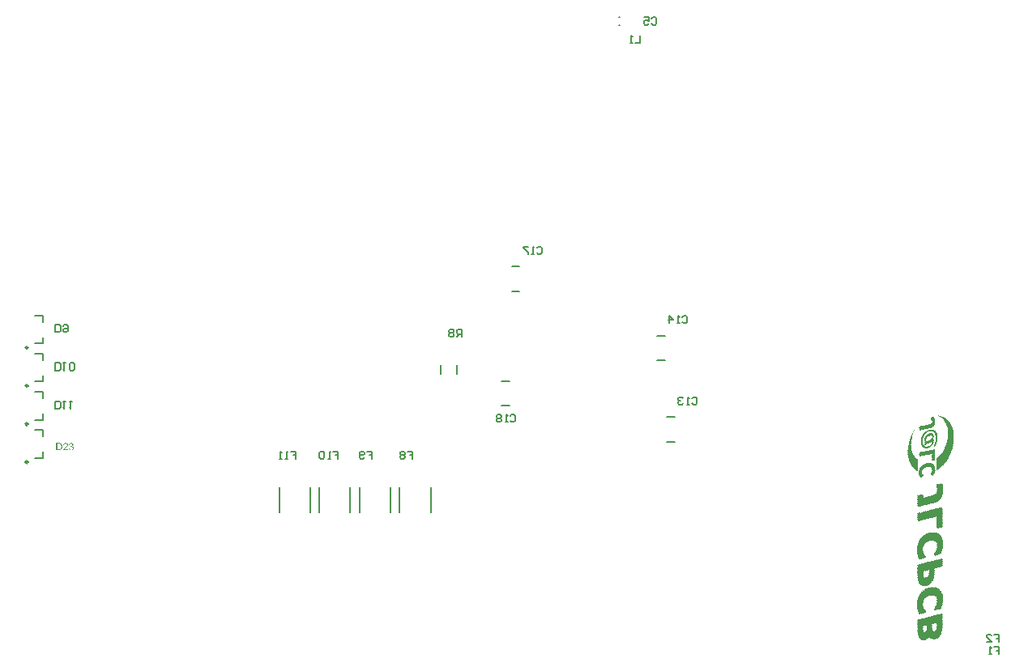
<source format=gbo>
G04*
G04 #@! TF.GenerationSoftware,Altium Limited,Altium Designer,21.8.1 (53)*
G04*
G04 Layer_Color=32896*
%FSLAX25Y25*%
%MOIN*%
G70*
G04*
G04 #@! TF.SameCoordinates,51FB6EBF-7DE9-4BFC-9D62-BDCD563EF873*
G04*
G04*
G04 #@! TF.FilePolarity,Positive*
G04*
G01*
G75*
%ADD10C,0.00984*%
%ADD16C,0.00787*%
%ADD18C,0.00500*%
G36*
X752226Y344728D02*
X752331D01*
Y344622D01*
X752437D01*
Y344517D01*
X752331D01*
Y344622D01*
X752226D01*
Y344517D01*
X752331D01*
Y344412D01*
X752437D01*
Y344307D01*
X752331D01*
Y344201D01*
X752437D01*
Y343254D01*
X752542D01*
Y343149D01*
X752437D01*
Y343044D01*
X752542D01*
Y342939D01*
X752437D01*
Y342833D01*
X752542D01*
Y342728D01*
X752437D01*
Y342623D01*
X752542D01*
Y342518D01*
X752437D01*
Y342412D01*
X752542D01*
Y342307D01*
X752647D01*
Y342202D01*
X752542D01*
Y342307D01*
X752437D01*
Y342202D01*
X752542D01*
Y342097D01*
X752437D01*
Y341992D01*
X752542D01*
Y341886D01*
X752647D01*
Y341781D01*
X752542D01*
Y341886D01*
X752437D01*
Y341781D01*
X752542D01*
Y341676D01*
X752437D01*
Y341571D01*
X752542D01*
Y341465D01*
X752437D01*
Y341360D01*
X752542D01*
Y341255D01*
X752437D01*
Y341150D01*
X752542D01*
Y341044D01*
X752437D01*
Y340518D01*
X752331D01*
Y340413D01*
X752437D01*
Y340308D01*
X752331D01*
Y340413D01*
X752226D01*
Y340308D01*
X752331D01*
Y340203D01*
X752226D01*
Y340097D01*
X752331D01*
Y339992D01*
X752226D01*
Y339677D01*
X752121D01*
Y339571D01*
X752226D01*
Y339466D01*
X752121D01*
Y339361D01*
X752016D01*
Y339045D01*
X751910D01*
Y338940D01*
X751805D01*
Y338624D01*
X751700D01*
Y338519D01*
X751595D01*
Y338414D01*
X751489D01*
Y338309D01*
X751595D01*
Y338203D01*
X751489D01*
Y338309D01*
X751384D01*
Y338203D01*
X751279D01*
Y338098D01*
X751384D01*
Y337993D01*
X751279D01*
Y338098D01*
X751174D01*
Y337993D01*
X751069D01*
Y337888D01*
X751174D01*
Y337782D01*
X751069D01*
Y337888D01*
X750963D01*
Y337782D01*
X750858D01*
Y337677D01*
X750753D01*
Y337572D01*
X750648D01*
Y337467D01*
X750542D01*
Y337362D01*
X750332D01*
Y337256D01*
X750121D01*
Y337151D01*
X749806D01*
Y337046D01*
X749911D01*
Y336941D01*
X749806D01*
Y337046D01*
X749701D01*
Y336941D01*
X749595D01*
Y337046D01*
X749490D01*
Y336941D01*
X749385D01*
Y336835D01*
X749280D01*
Y336730D01*
X749174D01*
Y336835D01*
X749069D01*
Y336730D01*
X748964D01*
Y336835D01*
X748859D01*
Y336730D01*
X748543D01*
Y336625D01*
X748227D01*
Y336520D01*
X748122D01*
Y336625D01*
X748017D01*
Y336520D01*
X747912D01*
Y336414D01*
X747596D01*
Y336309D01*
X747491D01*
Y336414D01*
X747386D01*
Y336309D01*
X747280D01*
Y336414D01*
X747175D01*
Y336309D01*
X747070D01*
Y336204D01*
X746965D01*
Y336309D01*
X746859D01*
Y336204D01*
X746965D01*
Y336099D01*
X746859D01*
Y336204D01*
X746754D01*
Y336099D01*
X746649D01*
Y336204D01*
X746544D01*
Y336099D01*
X746439D01*
Y336204D01*
X746333D01*
Y336099D01*
X746228D01*
Y335994D01*
X745912D01*
Y335888D01*
X745807D01*
Y335994D01*
X745702D01*
Y335888D01*
X745597D01*
Y335994D01*
X745491D01*
Y335888D01*
X745386D01*
Y335783D01*
X745281D01*
Y335678D01*
X745176D01*
Y335783D01*
X745071D01*
Y335678D01*
X744965D01*
Y335783D01*
X744860D01*
Y335678D01*
X744755D01*
Y335783D01*
X744650D01*
Y335678D01*
X744544D01*
Y335573D01*
X744229D01*
Y335467D01*
X744123D01*
Y335573D01*
X744018D01*
Y335467D01*
X743703D01*
Y335362D01*
X743597D01*
Y335257D01*
X743492D01*
Y335362D01*
X743387D01*
Y335257D01*
X743282D01*
Y335362D01*
X743176D01*
Y335257D01*
X743071D01*
Y335362D01*
X742966D01*
Y335257D01*
X742861D01*
Y335152D01*
X742545D01*
Y335047D01*
X742440D01*
Y335152D01*
X742335D01*
Y335047D01*
X742229D01*
Y335362D01*
X742124D01*
Y335467D01*
X742019D01*
Y335573D01*
X742124D01*
Y335678D01*
X742019D01*
Y335994D01*
X742124D01*
Y336099D01*
X742019D01*
Y336204D01*
X742124D01*
Y336309D01*
X742019D01*
Y336414D01*
X742124D01*
Y336520D01*
X742019D01*
Y336835D01*
X742124D01*
Y336941D01*
X742019D01*
Y337046D01*
X742124D01*
Y337151D01*
X742019D01*
Y337256D01*
X742124D01*
Y337362D01*
X742019D01*
Y337677D01*
X742124D01*
Y337782D01*
X742019D01*
Y337888D01*
X742124D01*
Y337993D01*
X742019D01*
Y338098D01*
X742124D01*
Y338203D01*
X742019D01*
Y338519D01*
X742124D01*
Y338624D01*
X742019D01*
Y338730D01*
X742124D01*
Y338835D01*
X742019D01*
Y338940D01*
X742124D01*
Y339045D01*
X742019D01*
Y339361D01*
X742124D01*
Y339466D01*
X742019D01*
Y339571D01*
X742124D01*
Y339677D01*
X742019D01*
Y339782D01*
X742124D01*
Y339887D01*
X742229D01*
Y339992D01*
X742756D01*
Y340097D01*
X743071D01*
Y340203D01*
X743176D01*
Y340097D01*
X743282D01*
Y340203D01*
X743387D01*
Y340097D01*
X743492D01*
Y340203D01*
X743597D01*
Y340308D01*
X743703D01*
Y340203D01*
X743808D01*
Y340308D01*
X743913D01*
Y340413D01*
X744018D01*
Y340308D01*
X744123D01*
Y340413D01*
X744229D01*
Y340308D01*
X744334D01*
Y340203D01*
X744439D01*
Y340097D01*
X744334D01*
Y339992D01*
X744439D01*
Y339887D01*
X744334D01*
Y339782D01*
X744439D01*
Y339677D01*
X744334D01*
Y339571D01*
X744439D01*
Y339256D01*
X744334D01*
Y339150D01*
X744439D01*
Y339045D01*
X744544D01*
Y338940D01*
X744650D01*
Y339045D01*
X744755D01*
Y339150D01*
X744860D01*
Y339045D01*
X744965D01*
Y339150D01*
X745071D01*
Y339045D01*
X745176D01*
Y339150D01*
X745281D01*
Y339256D01*
X745597D01*
Y339361D01*
X745702D01*
Y339256D01*
X745807D01*
Y339361D01*
X745912D01*
Y339256D01*
X746018D01*
Y339361D01*
X746123D01*
Y339466D01*
X746228D01*
Y339361D01*
X746333D01*
Y339466D01*
X746439D01*
Y339571D01*
X746544D01*
Y339466D01*
X746649D01*
Y339571D01*
X746754D01*
Y339466D01*
X746859D01*
Y339571D01*
X746965D01*
Y339677D01*
X747280D01*
Y339782D01*
X747386D01*
Y339677D01*
X747491D01*
Y339782D01*
X747807D01*
Y339887D01*
X748122D01*
Y339992D01*
X748227D01*
Y339887D01*
X748333D01*
Y339992D01*
X748543D01*
Y340097D01*
X748753D01*
Y340203D01*
X748859D01*
Y340097D01*
X748964D01*
Y340203D01*
X749069D01*
Y340308D01*
X749174D01*
Y340413D01*
X749280D01*
Y340308D01*
X749385D01*
Y340413D01*
X749490D01*
Y340518D01*
X749595D01*
Y340624D01*
X749701D01*
Y340729D01*
X749806D01*
Y341044D01*
X749911D01*
Y341150D01*
X749806D01*
Y341255D01*
X749911D01*
Y341150D01*
X750016D01*
Y341465D01*
X750121D01*
Y341571D01*
X750016D01*
Y341676D01*
X750121D01*
Y341781D01*
X750016D01*
Y341886D01*
X750121D01*
Y341992D01*
X750016D01*
Y342097D01*
X750121D01*
Y341992D01*
X750227D01*
Y342097D01*
X750121D01*
Y342202D01*
X750016D01*
Y342307D01*
X750121D01*
Y342412D01*
X750016D01*
Y342518D01*
X750121D01*
Y342412D01*
X750227D01*
Y342518D01*
X750121D01*
Y342623D01*
X750016D01*
Y342728D01*
X750121D01*
Y342833D01*
X750016D01*
Y343149D01*
X749911D01*
Y343254D01*
X749806D01*
Y343360D01*
X749911D01*
Y343254D01*
X750016D01*
Y343360D01*
X749911D01*
Y343465D01*
X749806D01*
Y344307D01*
X750016D01*
Y344412D01*
X750121D01*
Y344307D01*
X750227D01*
Y344412D01*
X750542D01*
Y344517D01*
X750648D01*
Y344622D01*
X750753D01*
Y344517D01*
X750858D01*
Y344622D01*
X750963D01*
Y344517D01*
X751069D01*
Y344622D01*
X751279D01*
Y344728D01*
X751489D01*
Y344833D01*
X751595D01*
Y344728D01*
X751700D01*
Y344833D01*
X751805D01*
Y344728D01*
X751910D01*
Y344833D01*
X752016D01*
Y344728D01*
X752121D01*
Y344833D01*
X752226D01*
Y344728D01*
D02*
G37*
G36*
X752016Y335047D02*
X752121D01*
Y334941D01*
X752226D01*
Y334836D01*
X752331D01*
Y334731D01*
X752437D01*
Y334626D01*
X752331D01*
Y334520D01*
X752437D01*
Y334415D01*
X752331D01*
Y334520D01*
X752226D01*
Y334415D01*
X752331D01*
Y334310D01*
X752437D01*
Y334205D01*
X752331D01*
Y334099D01*
X752437D01*
Y333994D01*
X752331D01*
Y334099D01*
X752226D01*
Y333994D01*
X752331D01*
Y333889D01*
X752437D01*
Y333784D01*
X752331D01*
Y333679D01*
X752437D01*
Y333573D01*
X752331D01*
Y333679D01*
X752226D01*
Y333573D01*
X752331D01*
Y333468D01*
X752437D01*
Y333363D01*
X752331D01*
Y333258D01*
X752437D01*
Y333152D01*
X752331D01*
Y333258D01*
X752226D01*
Y333152D01*
X752331D01*
Y333047D01*
X752437D01*
Y332942D01*
X752331D01*
Y332837D01*
X752437D01*
Y332731D01*
X752331D01*
Y332837D01*
X752226D01*
Y332731D01*
X752331D01*
Y332626D01*
X752437D01*
Y332521D01*
X752331D01*
Y332416D01*
X752437D01*
Y332311D01*
X752331D01*
Y332416D01*
X752226D01*
Y332311D01*
X752331D01*
Y332205D01*
X752437D01*
Y332100D01*
X752331D01*
Y331995D01*
X752437D01*
Y331890D01*
X752331D01*
Y331995D01*
X752226D01*
Y331890D01*
X752331D01*
Y331784D01*
X752437D01*
Y331679D01*
X752331D01*
Y331574D01*
X752437D01*
Y331469D01*
X752331D01*
Y331574D01*
X752226D01*
Y331469D01*
X752331D01*
Y331363D01*
X752437D01*
Y331258D01*
X752331D01*
Y331153D01*
X752437D01*
Y331048D01*
X752331D01*
Y331153D01*
X752226D01*
Y331048D01*
X752331D01*
Y330943D01*
X752437D01*
Y330837D01*
X752331D01*
Y330732D01*
X752437D01*
Y330627D01*
X752331D01*
Y330732D01*
X752226D01*
Y330627D01*
X752331D01*
Y330522D01*
X752437D01*
Y330416D01*
X752331D01*
Y330311D01*
X752437D01*
Y330206D01*
X752331D01*
Y330311D01*
X752226D01*
Y330206D01*
X752331D01*
Y330101D01*
X752437D01*
Y329995D01*
X752331D01*
Y329890D01*
X752437D01*
Y329785D01*
X752331D01*
Y329890D01*
X752226D01*
Y329785D01*
X752331D01*
Y329680D01*
X752437D01*
Y329574D01*
X752331D01*
Y329469D01*
X752437D01*
Y329364D01*
X752331D01*
Y329469D01*
X752226D01*
Y329364D01*
X752331D01*
Y329259D01*
X752437D01*
Y329154D01*
X752331D01*
Y329048D01*
X752437D01*
Y328943D01*
X752331D01*
Y329048D01*
X752226D01*
Y328943D01*
X752331D01*
Y328838D01*
X752437D01*
Y328733D01*
X752331D01*
Y328627D01*
X752437D01*
Y328522D01*
X752331D01*
Y328627D01*
X752226D01*
Y328522D01*
X752331D01*
Y328417D01*
X752437D01*
Y328312D01*
X752331D01*
Y328206D01*
X752437D01*
Y328101D01*
X752331D01*
Y328206D01*
X752226D01*
Y328101D01*
X752331D01*
Y327996D01*
X752437D01*
Y327891D01*
X752331D01*
Y327786D01*
X752437D01*
Y327680D01*
X752331D01*
Y327786D01*
X752226D01*
Y327680D01*
X752331D01*
Y327575D01*
X752437D01*
Y327470D01*
X752331D01*
Y327365D01*
X752437D01*
Y327259D01*
X752331D01*
Y327365D01*
X752226D01*
Y327259D01*
X752331D01*
Y327154D01*
X752437D01*
Y327049D01*
X752331D01*
Y326944D01*
X752437D01*
Y326838D01*
X752331D01*
Y326944D01*
X752226D01*
Y326838D01*
X752331D01*
Y326733D01*
X752226D01*
Y326628D01*
X752121D01*
Y326733D01*
X752016D01*
Y326628D01*
X751700D01*
Y326523D01*
X751595D01*
Y326418D01*
X751489D01*
Y326523D01*
X751384D01*
Y326418D01*
X751279D01*
Y326523D01*
X751174D01*
Y326418D01*
X750858D01*
Y326312D01*
X750542D01*
Y326207D01*
X750437D01*
Y326312D01*
X750332D01*
Y326207D01*
X750227D01*
Y326312D01*
X750121D01*
Y326418D01*
X750016D01*
Y326523D01*
X749911D01*
Y326628D01*
X750016D01*
Y326733D01*
X749911D01*
Y326838D01*
X749806D01*
Y326944D01*
X749911D01*
Y326838D01*
X750016D01*
Y326944D01*
X749911D01*
Y327049D01*
X750016D01*
Y327154D01*
X749911D01*
Y327259D01*
X749806D01*
Y327365D01*
X749911D01*
Y327259D01*
X750016D01*
Y327365D01*
X749911D01*
Y327470D01*
X750016D01*
Y327575D01*
X749911D01*
Y327680D01*
X749806D01*
Y327786D01*
X749911D01*
Y327680D01*
X750016D01*
Y327786D01*
X749911D01*
Y327891D01*
X750016D01*
Y327996D01*
X749911D01*
Y328101D01*
X749806D01*
Y328206D01*
X749911D01*
Y328101D01*
X750016D01*
Y328206D01*
X749911D01*
Y328312D01*
X750016D01*
Y328417D01*
X749911D01*
Y328522D01*
X749806D01*
Y328627D01*
X749911D01*
Y328522D01*
X750016D01*
Y328627D01*
X749911D01*
Y328733D01*
X750016D01*
Y328838D01*
X749911D01*
Y328943D01*
X749806D01*
Y329048D01*
X749911D01*
Y328943D01*
X750016D01*
Y329048D01*
X749911D01*
Y329154D01*
X750016D01*
Y329259D01*
X749911D01*
Y329364D01*
X749806D01*
Y329469D01*
X749911D01*
Y329364D01*
X750016D01*
Y329469D01*
X749911D01*
Y329574D01*
X750016D01*
Y329680D01*
X749911D01*
Y329785D01*
X749806D01*
Y329890D01*
X749911D01*
Y329785D01*
X750016D01*
Y329890D01*
X749911D01*
Y329995D01*
X750016D01*
Y330101D01*
X749911D01*
Y330206D01*
X749806D01*
Y330311D01*
X749911D01*
Y330206D01*
X750016D01*
Y330311D01*
X749911D01*
Y330416D01*
X750016D01*
Y330522D01*
X749911D01*
Y330627D01*
X749806D01*
Y330732D01*
X749911D01*
Y330627D01*
X750016D01*
Y330732D01*
X749911D01*
Y330837D01*
X750016D01*
Y330943D01*
X749911D01*
Y331048D01*
X749806D01*
Y331153D01*
X749701D01*
Y331048D01*
X749595D01*
Y331153D01*
X749490D01*
Y331048D01*
X749174D01*
Y330943D01*
X748859D01*
Y330837D01*
X748753D01*
Y330943D01*
X748648D01*
Y330837D01*
X748543D01*
Y330732D01*
X748227D01*
Y330627D01*
X748122D01*
Y330732D01*
X748017D01*
Y330627D01*
X747912D01*
Y330732D01*
X747807D01*
Y330627D01*
X747701D01*
Y330732D01*
X747596D01*
Y330627D01*
X747701D01*
Y330522D01*
X747596D01*
Y330627D01*
X747491D01*
Y330522D01*
X747386D01*
Y330416D01*
X747280D01*
Y330522D01*
X747175D01*
Y330416D01*
X747070D01*
Y330522D01*
X746965D01*
Y330416D01*
X746859D01*
Y330311D01*
X746544D01*
Y330206D01*
X746439D01*
Y330311D01*
X746333D01*
Y330206D01*
X745807D01*
Y330101D01*
X745912D01*
Y329995D01*
X745807D01*
Y330101D01*
X745702D01*
Y329995D01*
X745597D01*
Y330101D01*
X745491D01*
Y329995D01*
X745386D01*
Y330101D01*
X745281D01*
Y329995D01*
X745176D01*
Y329890D01*
X744860D01*
Y329785D01*
X744755D01*
Y329890D01*
X744650D01*
Y329785D01*
X744334D01*
Y329680D01*
X744018D01*
Y329574D01*
X743913D01*
Y329680D01*
X743808D01*
Y329574D01*
X743703D01*
Y329680D01*
X743597D01*
Y329574D01*
X743492D01*
Y329469D01*
X743176D01*
Y329364D01*
X743071D01*
Y329469D01*
X742966D01*
Y329364D01*
X742861D01*
Y329259D01*
X742545D01*
Y329154D01*
X742440D01*
Y329259D01*
X742229D01*
Y329469D01*
X742124D01*
Y329574D01*
X742019D01*
Y329680D01*
X742124D01*
Y329785D01*
X742019D01*
Y330101D01*
X742124D01*
Y330206D01*
X742019D01*
Y330311D01*
X742124D01*
Y330416D01*
X742019D01*
Y330522D01*
X742124D01*
Y330627D01*
X742019D01*
Y330943D01*
X742124D01*
Y331048D01*
X742019D01*
Y331153D01*
X742124D01*
Y331258D01*
X742019D01*
Y331363D01*
X742124D01*
Y331469D01*
X742019D01*
Y331784D01*
X742124D01*
Y331890D01*
X742019D01*
Y331995D01*
X742124D01*
Y332100D01*
X742019D01*
Y332205D01*
X742124D01*
Y332311D01*
X742019D01*
Y332416D01*
X742124D01*
Y332521D01*
X742019D01*
Y332626D01*
X742124D01*
Y332521D01*
X742229D01*
Y332626D01*
X742335D01*
Y332521D01*
X742440D01*
Y332626D01*
X742756D01*
Y332731D01*
X742650D01*
Y332837D01*
X742756D01*
Y332731D01*
X742861D01*
Y332837D01*
X742966D01*
Y332731D01*
X743071D01*
Y332837D01*
X743176D01*
Y332731D01*
X743282D01*
Y332837D01*
X743387D01*
Y332731D01*
X743492D01*
Y332837D01*
X743387D01*
Y332942D01*
X743492D01*
Y332837D01*
X743597D01*
Y332942D01*
X743703D01*
Y333047D01*
X743808D01*
Y332942D01*
X743913D01*
Y333047D01*
X744018D01*
Y332942D01*
X744123D01*
Y333047D01*
X744334D01*
Y333152D01*
X744755D01*
Y333258D01*
X745071D01*
Y333363D01*
X745386D01*
Y333468D01*
X745491D01*
Y333363D01*
X745597D01*
Y333468D01*
X745702D01*
Y333363D01*
X745807D01*
Y333468D01*
X745912D01*
Y333573D01*
X746018D01*
Y333679D01*
X746123D01*
Y333573D01*
X746228D01*
Y333679D01*
X746333D01*
Y333573D01*
X746439D01*
Y333679D01*
X746754D01*
Y333784D01*
X746859D01*
Y333679D01*
X746965D01*
Y333784D01*
X747070D01*
Y333889D01*
X747175D01*
Y333784D01*
X747280D01*
Y333889D01*
X747386D01*
Y333784D01*
X747491D01*
Y333889D01*
X747596D01*
Y333994D01*
X747701D01*
Y334099D01*
X747807D01*
Y333994D01*
X747912D01*
Y334099D01*
X748017D01*
Y333994D01*
X748122D01*
Y334099D01*
X748438D01*
Y334205D01*
X748753D01*
Y334310D01*
X748859D01*
Y334205D01*
X748964D01*
Y334310D01*
X749280D01*
Y334415D01*
X749385D01*
Y334520D01*
X749490D01*
Y334415D01*
X749595D01*
Y334520D01*
X749701D01*
Y334415D01*
X749806D01*
Y334520D01*
X750016D01*
Y334626D01*
X750227D01*
Y334731D01*
X750332D01*
Y334626D01*
X750437D01*
Y334731D01*
X750542D01*
Y334626D01*
X750648D01*
Y334731D01*
X750753D01*
Y334836D01*
X750858D01*
Y334731D01*
X750963D01*
Y334836D01*
X751069D01*
Y334941D01*
X751174D01*
Y334836D01*
X751279D01*
Y334941D01*
X751384D01*
Y334836D01*
X751489D01*
Y334941D01*
X751595D01*
Y335047D01*
X751700D01*
Y334941D01*
X751805D01*
Y335047D01*
X751910D01*
Y335152D01*
X752016D01*
Y335047D01*
D02*
G37*
G36*
X749069Y324734D02*
X749174D01*
Y324629D01*
X749280D01*
Y324523D01*
X749385D01*
Y324629D01*
X749490D01*
Y324523D01*
X749595D01*
Y324629D01*
X749701D01*
Y324523D01*
X750016D01*
Y324418D01*
X750121D01*
Y324313D01*
X750227D01*
Y324418D01*
X750332D01*
Y324313D01*
X750437D01*
Y324208D01*
X750542D01*
Y324103D01*
X750648D01*
Y324208D01*
X750753D01*
Y324103D01*
X750858D01*
Y323997D01*
X750963D01*
Y323892D01*
X751069D01*
Y323787D01*
X751174D01*
Y323682D01*
X751279D01*
Y323576D01*
X751384D01*
Y323471D01*
X751489D01*
Y323366D01*
X751595D01*
Y323261D01*
X751700D01*
Y323155D01*
X751805D01*
Y322840D01*
X751910D01*
Y322735D01*
X752016D01*
Y322629D01*
X752121D01*
Y322524D01*
X752016D01*
Y322419D01*
X752121D01*
Y322314D01*
X752226D01*
Y321998D01*
X752331D01*
Y321893D01*
X752437D01*
Y321788D01*
X752331D01*
Y321893D01*
X752226D01*
Y321788D01*
X752331D01*
Y321682D01*
X752437D01*
Y321577D01*
X752331D01*
Y321472D01*
X752437D01*
Y320946D01*
X752542D01*
Y320840D01*
X752647D01*
Y320735D01*
X752542D01*
Y320840D01*
X752437D01*
Y320735D01*
X752542D01*
Y320630D01*
X752437D01*
Y320525D01*
X752542D01*
Y320420D01*
X752647D01*
Y320314D01*
X752542D01*
Y320420D01*
X752437D01*
Y320314D01*
X752542D01*
Y320209D01*
X752647D01*
Y320104D01*
X752542D01*
Y319999D01*
X752647D01*
Y319893D01*
X752542D01*
Y319788D01*
X752647D01*
Y319683D01*
X752542D01*
Y319578D01*
X752647D01*
Y319473D01*
X752542D01*
Y319367D01*
X752647D01*
Y319262D01*
X752542D01*
Y319157D01*
X752647D01*
Y319052D01*
X752542D01*
Y319157D01*
X752437D01*
Y319052D01*
X752542D01*
Y318946D01*
X752437D01*
Y318841D01*
X752542D01*
Y318736D01*
X752647D01*
Y318631D01*
X752542D01*
Y318736D01*
X752437D01*
Y318631D01*
X752542D01*
Y318525D01*
X752437D01*
Y318420D01*
X752542D01*
Y318315D01*
X752437D01*
Y317999D01*
X752331D01*
Y317894D01*
X752437D01*
Y317789D01*
X752331D01*
Y317684D01*
X752437D01*
Y317578D01*
X752331D01*
Y317684D01*
X752226D01*
Y317578D01*
X752331D01*
Y317473D01*
X752226D01*
Y317157D01*
X752121D01*
Y317052D01*
X752226D01*
Y316947D01*
X752121D01*
Y317052D01*
X752016D01*
Y316947D01*
X752121D01*
Y316842D01*
X752016D01*
Y316526D01*
X751910D01*
Y316421D01*
X751805D01*
Y316316D01*
X751910D01*
Y316210D01*
X751805D01*
Y315895D01*
X751700D01*
Y315789D01*
X751595D01*
Y315684D01*
X751489D01*
Y315789D01*
X751384D01*
Y315684D01*
X751279D01*
Y315579D01*
X751174D01*
Y315474D01*
X751069D01*
Y315579D01*
X750963D01*
Y315474D01*
X750858D01*
Y315579D01*
X750753D01*
Y315474D01*
X750648D01*
Y315579D01*
X750542D01*
Y315474D01*
X750437D01*
Y315369D01*
X750332D01*
Y315263D01*
X750227D01*
Y315369D01*
X750121D01*
Y315263D01*
X750016D01*
Y315369D01*
X749911D01*
Y315263D01*
X749806D01*
Y315158D01*
X749490D01*
Y315053D01*
X749385D01*
Y315158D01*
X749280D01*
Y315053D01*
X749174D01*
Y315158D01*
X749069D01*
Y315263D01*
X748964D01*
Y315369D01*
X748859D01*
Y315474D01*
X748964D01*
Y315579D01*
X748859D01*
Y315684D01*
X748753D01*
Y315789D01*
X748859D01*
Y315684D01*
X748964D01*
Y316000D01*
X749069D01*
Y316105D01*
X749174D01*
Y316210D01*
X749280D01*
Y316316D01*
X749385D01*
Y316631D01*
X749490D01*
Y316737D01*
X749595D01*
Y317052D01*
X749701D01*
Y317157D01*
X749806D01*
Y317473D01*
X749911D01*
Y317578D01*
X749806D01*
Y317684D01*
X749911D01*
Y317789D01*
X750016D01*
Y317894D01*
X749911D01*
Y317999D01*
X750016D01*
Y318315D01*
X750121D01*
Y318420D01*
X750016D01*
Y318525D01*
X750121D01*
Y318420D01*
X750227D01*
Y318525D01*
X750121D01*
Y318631D01*
X750016D01*
Y318736D01*
X750121D01*
Y318631D01*
X750227D01*
Y318736D01*
X750121D01*
Y318841D01*
X750227D01*
Y318946D01*
X750121D01*
Y319052D01*
X750016D01*
Y319157D01*
X750121D01*
Y319052D01*
X750227D01*
Y319157D01*
X750121D01*
Y319262D01*
X750227D01*
Y319367D01*
X750121D01*
Y319473D01*
X750016D01*
Y319578D01*
X750121D01*
Y319473D01*
X750227D01*
Y319578D01*
X750121D01*
Y319683D01*
X750016D01*
Y319788D01*
X750121D01*
Y319683D01*
X750227D01*
Y319788D01*
X750121D01*
Y319893D01*
X750016D01*
Y319999D01*
X750121D01*
Y320104D01*
X750016D01*
Y320209D01*
X749911D01*
Y320314D01*
X749806D01*
Y320420D01*
X749911D01*
Y320314D01*
X750016D01*
Y320420D01*
X749911D01*
Y320525D01*
X749806D01*
Y320630D01*
X749701D01*
Y320735D01*
X749595D01*
Y320840D01*
X749490D01*
Y320946D01*
X749385D01*
Y321051D01*
X749280D01*
Y320946D01*
X749174D01*
Y321051D01*
X749069D01*
Y321156D01*
X748753D01*
Y321261D01*
X748648D01*
Y321156D01*
X748543D01*
Y321261D01*
X748438D01*
Y321156D01*
X748333D01*
Y321261D01*
X748227D01*
Y321156D01*
X748122D01*
Y321261D01*
X748017D01*
Y321156D01*
X747912D01*
Y321261D01*
X747807D01*
Y321156D01*
X747701D01*
Y321261D01*
X747596D01*
Y321156D01*
X747491D01*
Y321261D01*
X747386D01*
Y321156D01*
X747070D01*
Y321051D01*
X746965D01*
Y320946D01*
X746859D01*
Y321051D01*
X746754D01*
Y320946D01*
X746439D01*
Y320840D01*
X746333D01*
Y320735D01*
X746228D01*
Y320840D01*
X746123D01*
Y320735D01*
X746018D01*
Y320630D01*
X745912D01*
Y320525D01*
X745807D01*
Y320420D01*
X745702D01*
Y320314D01*
X745597D01*
Y320420D01*
X745491D01*
Y320314D01*
X745386D01*
Y320209D01*
X745281D01*
Y320104D01*
X745176D01*
Y319999D01*
X745071D01*
Y319893D01*
X744965D01*
Y319788D01*
X744860D01*
Y319473D01*
X744755D01*
Y319367D01*
X744650D01*
Y319262D01*
X744544D01*
Y319157D01*
X744650D01*
Y319052D01*
X744544D01*
Y319157D01*
X744439D01*
Y319052D01*
X744544D01*
Y318946D01*
X744439D01*
Y318631D01*
X744334D01*
Y318525D01*
X744439D01*
Y318420D01*
X744334D01*
Y318525D01*
X744229D01*
Y318420D01*
X744334D01*
Y318315D01*
X744229D01*
Y318210D01*
X744334D01*
Y318105D01*
X744229D01*
Y317999D01*
X744334D01*
Y317894D01*
X744229D01*
Y317789D01*
X744334D01*
Y317684D01*
X744229D01*
Y317578D01*
X744334D01*
Y317473D01*
X744229D01*
Y317368D01*
X744334D01*
Y317263D01*
X744229D01*
Y317157D01*
X744334D01*
Y317052D01*
X744439D01*
Y316947D01*
X744334D01*
Y316842D01*
X744439D01*
Y316526D01*
X744544D01*
Y316421D01*
X744439D01*
Y316316D01*
X744544D01*
Y316210D01*
X744650D01*
Y315895D01*
X744755D01*
Y315789D01*
X744860D01*
Y315684D01*
X744965D01*
Y315579D01*
X745071D01*
Y315263D01*
X745176D01*
Y315158D01*
X745281D01*
Y315053D01*
X745386D01*
Y314948D01*
X745491D01*
Y314842D01*
X745597D01*
Y314737D01*
X745702D01*
Y314632D01*
X745597D01*
Y314737D01*
X745491D01*
Y314632D01*
X745597D01*
Y314527D01*
X745702D01*
Y314421D01*
X745597D01*
Y314527D01*
X745491D01*
Y314421D01*
X745597D01*
Y314316D01*
X745702D01*
Y314211D01*
X745597D01*
Y314316D01*
X745491D01*
Y314211D01*
X745386D01*
Y314106D01*
X745071D01*
Y314001D01*
X744965D01*
Y314106D01*
X744860D01*
Y314001D01*
X744650D01*
Y313895D01*
X744439D01*
Y313790D01*
X744334D01*
Y313895D01*
X744229D01*
Y313790D01*
X743913D01*
Y313895D01*
X743808D01*
Y313790D01*
X743913D01*
Y313685D01*
X743597D01*
Y313580D01*
X743492D01*
Y313685D01*
X743387D01*
Y313580D01*
X743282D01*
Y313685D01*
X743176D01*
Y313580D01*
X743071D01*
Y313474D01*
X742756D01*
Y313580D01*
X742650D01*
Y313895D01*
X742545D01*
Y314001D01*
X742440D01*
Y314106D01*
X742545D01*
Y314211D01*
X742440D01*
Y314316D01*
X742335D01*
Y314421D01*
X742229D01*
Y314527D01*
X742335D01*
Y314421D01*
X742440D01*
Y314527D01*
X742335D01*
Y314632D01*
X742229D01*
Y314737D01*
X742335D01*
Y314842D01*
X742229D01*
Y315158D01*
X742124D01*
Y315263D01*
X742019D01*
Y315369D01*
X742124D01*
Y315474D01*
X742019D01*
Y316210D01*
X741914D01*
Y316316D01*
X742019D01*
Y316421D01*
X741914D01*
Y316737D01*
X741808D01*
Y316842D01*
X741914D01*
Y316947D01*
X741808D01*
Y317052D01*
X741914D01*
Y317157D01*
X741808D01*
Y317263D01*
X741914D01*
Y317368D01*
X741808D01*
Y317473D01*
X741914D01*
Y317578D01*
X741808D01*
Y317684D01*
X741914D01*
Y317789D01*
X741808D01*
Y317894D01*
X741914D01*
Y317999D01*
X741808D01*
Y318105D01*
X741914D01*
Y318631D01*
X742019D01*
Y318736D01*
X741914D01*
Y318841D01*
X742019D01*
Y319367D01*
X742124D01*
Y319473D01*
X742019D01*
Y319578D01*
X742124D01*
Y319683D01*
X742229D01*
Y319788D01*
X742124D01*
Y319893D01*
X742229D01*
Y320209D01*
X742335D01*
Y320314D01*
X742440D01*
Y320420D01*
X742335D01*
Y320525D01*
X742440D01*
Y320630D01*
X742545D01*
Y320735D01*
X742440D01*
Y320840D01*
X742545D01*
Y320946D01*
X742650D01*
Y321261D01*
X742756D01*
Y321156D01*
X742861D01*
Y321261D01*
X742756D01*
Y321367D01*
X742861D01*
Y321682D01*
X743071D01*
Y321893D01*
X743176D01*
Y321998D01*
X743282D01*
Y322103D01*
X743387D01*
Y322208D01*
X743492D01*
Y322524D01*
X743597D01*
Y322419D01*
X743703D01*
Y322524D01*
X743597D01*
Y322629D01*
X743703D01*
Y322735D01*
X743808D01*
Y322629D01*
X743913D01*
Y322735D01*
X743808D01*
Y322840D01*
X743913D01*
Y322945D01*
X744018D01*
Y323050D01*
X744123D01*
Y323155D01*
X744229D01*
Y323050D01*
X744334D01*
Y323366D01*
X744439D01*
Y323261D01*
X744544D01*
Y323366D01*
X744650D01*
Y323471D01*
X744755D01*
Y323576D01*
X744860D01*
Y323682D01*
X744965D01*
Y323787D01*
X745071D01*
Y323682D01*
X745176D01*
Y323787D01*
X745281D01*
Y323892D01*
X745386D01*
Y323997D01*
X745491D01*
Y323892D01*
X745597D01*
Y323997D01*
X745702D01*
Y324103D01*
X745807D01*
Y324208D01*
X746123D01*
Y324313D01*
X746439D01*
Y324418D01*
X746754D01*
Y324313D01*
X746859D01*
Y324418D01*
X746754D01*
Y324523D01*
X747070D01*
Y324629D01*
X747175D01*
Y324523D01*
X747280D01*
Y324629D01*
X747386D01*
Y324523D01*
X747491D01*
Y324629D01*
X747596D01*
Y324523D01*
X747701D01*
Y324629D01*
X747807D01*
Y324523D01*
X747912D01*
Y324629D01*
X747807D01*
Y324734D01*
X747912D01*
Y324629D01*
X748227D01*
Y324734D01*
X748122D01*
Y324839D01*
X748227D01*
Y324734D01*
X748333D01*
Y324629D01*
X748438D01*
Y324734D01*
X748543D01*
Y324629D01*
X748648D01*
Y324734D01*
X748753D01*
Y324629D01*
X749069D01*
Y324734D01*
X748964D01*
Y324839D01*
X749069D01*
Y324734D01*
D02*
G37*
G36*
X752016Y313790D02*
X752226D01*
Y313580D01*
X752331D01*
Y313474D01*
X752437D01*
Y313369D01*
X752331D01*
Y313474D01*
X752226D01*
Y313369D01*
X752331D01*
Y313264D01*
X752437D01*
Y313159D01*
X752331D01*
Y313053D01*
X752437D01*
Y312948D01*
X752331D01*
Y313053D01*
X752226D01*
Y312948D01*
X752331D01*
Y312843D01*
X752437D01*
Y312738D01*
X752331D01*
Y312632D01*
X752437D01*
Y312527D01*
X752331D01*
Y312632D01*
X752226D01*
Y312527D01*
X752331D01*
Y312422D01*
X752437D01*
Y312317D01*
X752331D01*
Y312212D01*
X752437D01*
Y312106D01*
X752331D01*
Y312212D01*
X752226D01*
Y312106D01*
X752331D01*
Y312001D01*
X752437D01*
Y311896D01*
X752331D01*
Y311791D01*
X752437D01*
Y311685D01*
X752331D01*
Y311791D01*
X752226D01*
Y311685D01*
X752331D01*
Y311580D01*
X752437D01*
Y311475D01*
X752331D01*
Y311370D01*
X752437D01*
Y311264D01*
X752331D01*
Y311370D01*
X752226D01*
Y311264D01*
X752331D01*
Y311159D01*
X752437D01*
Y311054D01*
X752331D01*
Y310949D01*
X752437D01*
Y310844D01*
X752331D01*
Y310949D01*
X752226D01*
Y310844D01*
X752331D01*
Y310738D01*
X752437D01*
Y310633D01*
X752331D01*
Y310528D01*
X752016D01*
Y310423D01*
X751910D01*
Y310528D01*
X751805D01*
Y310423D01*
X751489D01*
Y310528D01*
X751384D01*
Y310423D01*
X751489D01*
Y310317D01*
X751174D01*
Y310212D01*
X751069D01*
Y310317D01*
X750963D01*
Y310212D01*
X750858D01*
Y310317D01*
X750753D01*
Y310212D01*
X750648D01*
Y310107D01*
X750332D01*
Y310002D01*
X750227D01*
Y310107D01*
X750121D01*
Y310002D01*
X750016D01*
Y309896D01*
X749911D01*
Y310002D01*
X749806D01*
Y309896D01*
X749701D01*
Y310002D01*
X749595D01*
Y309896D01*
X749701D01*
Y309791D01*
X749595D01*
Y309896D01*
X749490D01*
Y309791D01*
X749385D01*
Y309896D01*
X749280D01*
Y309791D01*
X749174D01*
Y309686D01*
X749280D01*
Y309581D01*
X749174D01*
Y309476D01*
X749280D01*
Y309370D01*
X749174D01*
Y309476D01*
X749069D01*
Y309370D01*
X749174D01*
Y309265D01*
X749069D01*
Y309160D01*
X749174D01*
Y309055D01*
X749280D01*
Y308949D01*
X749174D01*
Y309055D01*
X749069D01*
Y308949D01*
X749174D01*
Y308844D01*
X749280D01*
Y308739D01*
X749174D01*
Y308634D01*
X749280D01*
Y308528D01*
X749174D01*
Y308634D01*
X749069D01*
Y308528D01*
X749174D01*
Y308423D01*
X749069D01*
Y308318D01*
X749174D01*
Y308213D01*
X749280D01*
Y308108D01*
X749174D01*
Y308213D01*
X749069D01*
Y308108D01*
X749174D01*
Y308002D01*
X749069D01*
Y307897D01*
X749174D01*
Y307792D01*
X749069D01*
Y307687D01*
X749174D01*
Y307581D01*
X749069D01*
Y307476D01*
X749174D01*
Y307371D01*
X749069D01*
Y306845D01*
X748964D01*
Y306740D01*
X749069D01*
Y306634D01*
X748964D01*
Y306740D01*
X748859D01*
Y306634D01*
X748964D01*
Y306529D01*
X748859D01*
Y306424D01*
X748964D01*
Y306319D01*
X748859D01*
Y305793D01*
X748753D01*
Y305687D01*
X748648D01*
Y305161D01*
X748543D01*
Y305056D01*
X748438D01*
Y304740D01*
X748333D01*
Y304635D01*
X748227D01*
Y304319D01*
X748122D01*
Y304425D01*
X748017D01*
Y304319D01*
X748122D01*
Y304214D01*
X748017D01*
Y304109D01*
X747912D01*
Y304004D01*
X747807D01*
Y303899D01*
X747701D01*
Y303793D01*
X747596D01*
Y303478D01*
X747491D01*
Y303583D01*
X747386D01*
Y303267D01*
X747280D01*
Y303372D01*
X747175D01*
Y303267D01*
X747070D01*
Y303162D01*
X746965D01*
Y303057D01*
X746859D01*
Y302951D01*
X746754D01*
Y302846D01*
X746649D01*
Y302951D01*
X746544D01*
Y302846D01*
X746439D01*
Y302951D01*
X746333D01*
Y302741D01*
X746123D01*
Y302636D01*
X745597D01*
Y302531D01*
X745281D01*
Y302425D01*
X745176D01*
Y302531D01*
X744860D01*
Y302425D01*
X744755D01*
Y302531D01*
X744439D01*
Y302636D01*
X744123D01*
Y302741D01*
X744018D01*
Y302636D01*
X743913D01*
Y302741D01*
X743808D01*
Y302846D01*
X743492D01*
Y302951D01*
X743387D01*
Y303057D01*
X743282D01*
Y303162D01*
X743176D01*
Y303267D01*
X743071D01*
Y303372D01*
X742966D01*
Y303478D01*
X742861D01*
Y303583D01*
X742756D01*
Y303688D01*
X742650D01*
Y304004D01*
X742545D01*
Y304109D01*
X742440D01*
Y304425D01*
X742335D01*
Y304530D01*
X742229D01*
Y304635D01*
X742335D01*
Y304530D01*
X742440D01*
Y304635D01*
X742335D01*
Y304740D01*
X742229D01*
Y305477D01*
X742124D01*
Y305582D01*
X742019D01*
Y305687D01*
X742124D01*
Y305582D01*
X742229D01*
Y305687D01*
X742124D01*
Y305793D01*
X742229D01*
Y305898D01*
X742124D01*
Y306003D01*
X742019D01*
Y306108D01*
X742124D01*
Y306213D01*
X742019D01*
Y306319D01*
X742124D01*
Y306424D01*
X742019D01*
Y306529D01*
X742124D01*
Y306634D01*
X742019D01*
Y306740D01*
X742124D01*
Y306845D01*
X742019D01*
Y306950D01*
X742124D01*
Y307055D01*
X742019D01*
Y307371D01*
X742124D01*
Y307476D01*
X742019D01*
Y307581D01*
X742124D01*
Y307687D01*
X742019D01*
Y307792D01*
X742124D01*
Y307897D01*
X742019D01*
Y308213D01*
X742124D01*
Y308318D01*
X742019D01*
Y308423D01*
X742124D01*
Y308528D01*
X742019D01*
Y308634D01*
X742124D01*
Y308739D01*
X742019D01*
Y309055D01*
X742124D01*
Y309160D01*
X742019D01*
Y309265D01*
X742124D01*
Y309370D01*
X742019D01*
Y309476D01*
X742124D01*
Y309581D01*
X742019D01*
Y309896D01*
X742124D01*
Y310002D01*
X742019D01*
Y310107D01*
X742124D01*
Y310212D01*
X742019D01*
Y310317D01*
X742124D01*
Y310423D01*
X742019D01*
Y310738D01*
X742124D01*
Y310844D01*
X742019D01*
Y310949D01*
X742124D01*
Y311054D01*
X742019D01*
Y311159D01*
X742124D01*
Y311264D01*
X742019D01*
Y311370D01*
X742124D01*
Y311264D01*
X742229D01*
Y311370D01*
X742545D01*
Y311475D01*
X742650D01*
Y311580D01*
X742756D01*
Y311475D01*
X742861D01*
Y311580D01*
X743176D01*
Y311685D01*
X743492D01*
Y311791D01*
X743597D01*
Y311685D01*
X743703D01*
Y311791D01*
X743808D01*
Y311685D01*
X743913D01*
Y311791D01*
X744018D01*
Y311896D01*
X744334D01*
Y312001D01*
X744439D01*
Y311896D01*
X744544D01*
Y312001D01*
X744650D01*
Y311896D01*
X744755D01*
Y312001D01*
X744860D01*
Y312106D01*
X744755D01*
Y312212D01*
X744860D01*
Y312106D01*
X745176D01*
Y312212D01*
X745281D01*
Y312106D01*
X745386D01*
Y312212D01*
X745491D01*
Y312106D01*
X745597D01*
Y312212D01*
X745702D01*
Y312317D01*
X745807D01*
Y312422D01*
X745912D01*
Y312317D01*
X746018D01*
Y312422D01*
X746123D01*
Y312317D01*
X746228D01*
Y312422D01*
X746544D01*
Y312527D01*
X746859D01*
Y312632D01*
X746965D01*
Y312527D01*
X747070D01*
Y312632D01*
X747175D01*
Y312527D01*
X747280D01*
Y312632D01*
X747386D01*
Y312738D01*
X747491D01*
Y312843D01*
X747596D01*
Y312738D01*
X747701D01*
Y312843D01*
X747807D01*
Y312738D01*
X747912D01*
Y312843D01*
X748122D01*
Y312948D01*
X748543D01*
Y313053D01*
X748648D01*
Y312948D01*
X748753D01*
Y313053D01*
X748859D01*
Y312948D01*
X748964D01*
Y313053D01*
X748859D01*
Y313159D01*
X748964D01*
Y313053D01*
X749069D01*
Y313159D01*
X749174D01*
Y313264D01*
X749280D01*
Y313159D01*
X749385D01*
Y313264D01*
X749490D01*
Y313159D01*
X749595D01*
Y313264D01*
X749806D01*
Y313474D01*
X749911D01*
Y313369D01*
X750016D01*
Y313474D01*
X750121D01*
Y313369D01*
X750227D01*
Y313474D01*
X750332D01*
Y313369D01*
X750437D01*
Y313474D01*
X750542D01*
Y313580D01*
X750648D01*
Y313474D01*
X750753D01*
Y313580D01*
X750858D01*
Y313685D01*
X750963D01*
Y313580D01*
X751069D01*
Y313685D01*
X751174D01*
Y313580D01*
X751279D01*
Y313685D01*
X751489D01*
Y313895D01*
X751595D01*
Y313790D01*
X751700D01*
Y313895D01*
X751805D01*
Y313790D01*
X751910D01*
Y313895D01*
X752016D01*
Y313790D01*
D02*
G37*
G36*
X749490Y302004D02*
X749595D01*
Y301899D01*
X749911D01*
Y301794D01*
X750016D01*
Y301899D01*
X750121D01*
Y301794D01*
X750227D01*
Y301689D01*
X750542D01*
Y301583D01*
X750753D01*
Y301373D01*
X750858D01*
Y301478D01*
X750963D01*
Y301373D01*
X751069D01*
Y301268D01*
X751174D01*
Y301163D01*
X751279D01*
Y301057D01*
X751384D01*
Y300952D01*
X751489D01*
Y300847D01*
X751595D01*
Y300742D01*
X751700D01*
Y300636D01*
X751805D01*
Y300531D01*
X751700D01*
Y300636D01*
X751595D01*
Y300531D01*
X751700D01*
Y300426D01*
X751805D01*
Y300321D01*
X751910D01*
Y300215D01*
X752016D01*
Y299900D01*
X752121D01*
Y299795D01*
X752226D01*
Y299268D01*
X752331D01*
Y299163D01*
X752437D01*
Y299058D01*
X752331D01*
Y299163D01*
X752226D01*
Y299058D01*
X752331D01*
Y298953D01*
X752437D01*
Y298637D01*
X752542D01*
Y298532D01*
X752437D01*
Y298427D01*
X752542D01*
Y298321D01*
X752437D01*
Y298216D01*
X752542D01*
Y298111D01*
X752647D01*
Y298006D01*
X752542D01*
Y298111D01*
X752437D01*
Y298006D01*
X752542D01*
Y297900D01*
X752647D01*
Y297795D01*
X752542D01*
Y297690D01*
X752647D01*
Y297585D01*
X752542D01*
Y297690D01*
X752437D01*
Y297585D01*
X752542D01*
Y297479D01*
X752647D01*
Y297374D01*
X752542D01*
Y297269D01*
X752647D01*
Y297164D01*
X752542D01*
Y297059D01*
X752647D01*
Y296953D01*
X752542D01*
Y296848D01*
X752647D01*
Y296743D01*
X752542D01*
Y296848D01*
X752437D01*
Y296743D01*
X752542D01*
Y296427D01*
X752647D01*
Y296322D01*
X752542D01*
Y296427D01*
X752437D01*
Y296322D01*
X752542D01*
Y296217D01*
X752437D01*
Y296111D01*
X752542D01*
Y296006D01*
X752437D01*
Y295901D01*
X752542D01*
Y295796D01*
X752437D01*
Y295480D01*
X752331D01*
Y295375D01*
X752437D01*
Y295270D01*
X752331D01*
Y295375D01*
X752226D01*
Y295270D01*
X752331D01*
Y295164D01*
X752437D01*
Y295059D01*
X752331D01*
Y295164D01*
X752226D01*
Y295059D01*
X752331D01*
Y294954D01*
X752226D01*
Y294428D01*
X752121D01*
Y294323D01*
X752016D01*
Y293796D01*
X751910D01*
Y293691D01*
X751805D01*
Y293375D01*
X751700D01*
Y293270D01*
X751595D01*
Y293165D01*
X751700D01*
Y293060D01*
X751384D01*
Y292955D01*
X751279D01*
Y293060D01*
X751174D01*
Y292955D01*
X751069D01*
Y293060D01*
X750963D01*
Y292955D01*
X750858D01*
Y292849D01*
X750753D01*
Y292955D01*
X750648D01*
Y292849D01*
X750753D01*
Y292744D01*
X750648D01*
Y292849D01*
X750542D01*
Y292744D01*
X750437D01*
Y292849D01*
X750332D01*
Y292744D01*
X750227D01*
Y292849D01*
X750121D01*
Y292744D01*
X750016D01*
Y292639D01*
X749701D01*
Y292534D01*
X749595D01*
Y292639D01*
X749490D01*
Y292534D01*
X749174D01*
Y292639D01*
X749069D01*
Y292534D01*
X748964D01*
Y292849D01*
X748859D01*
Y292955D01*
X748753D01*
Y293060D01*
X748859D01*
Y292955D01*
X748964D01*
Y293060D01*
X748859D01*
Y293165D01*
X748964D01*
Y293270D01*
X749069D01*
Y293375D01*
X748964D01*
Y293481D01*
X749069D01*
Y293375D01*
X749174D01*
Y293481D01*
X749069D01*
Y293586D01*
X749174D01*
Y293691D01*
X749280D01*
Y293796D01*
X749385D01*
Y294112D01*
X749490D01*
Y294217D01*
X749595D01*
Y294323D01*
X749701D01*
Y294428D01*
X749595D01*
Y294533D01*
X749701D01*
Y294428D01*
X749806D01*
Y294533D01*
X749701D01*
Y294638D01*
X749806D01*
Y294954D01*
X749911D01*
Y295059D01*
X749806D01*
Y295164D01*
X749911D01*
Y295059D01*
X750016D01*
Y295164D01*
X749911D01*
Y295270D01*
X749806D01*
Y295375D01*
X749911D01*
Y295270D01*
X750016D01*
Y295585D01*
X750121D01*
Y295690D01*
X750016D01*
Y295796D01*
X750121D01*
Y295901D01*
X750016D01*
Y296006D01*
X750121D01*
Y296111D01*
X750227D01*
Y296217D01*
X750121D01*
Y296322D01*
X750016D01*
Y296427D01*
X750121D01*
Y296322D01*
X750227D01*
Y296427D01*
X750121D01*
Y296532D01*
X750227D01*
Y296638D01*
X750121D01*
Y296743D01*
X750016D01*
Y296848D01*
X750121D01*
Y296743D01*
X750227D01*
Y296848D01*
X750121D01*
Y296953D01*
X750016D01*
Y297059D01*
X750121D01*
Y296953D01*
X750227D01*
Y297059D01*
X750121D01*
Y297164D01*
X750016D01*
Y297269D01*
X750121D01*
Y297374D01*
X750016D01*
Y297690D01*
X749911D01*
Y297795D01*
X749806D01*
Y298111D01*
X749701D01*
Y298216D01*
X749595D01*
Y298321D01*
X749490D01*
Y298216D01*
X749385D01*
Y298321D01*
X749280D01*
Y298427D01*
X749174D01*
Y298532D01*
X749069D01*
Y298427D01*
X748964D01*
Y298532D01*
X748859D01*
Y298637D01*
X748753D01*
Y298532D01*
X748648D01*
Y298637D01*
X748333D01*
Y298532D01*
X748227D01*
Y298637D01*
X748122D01*
Y298742D01*
X748017D01*
Y298637D01*
X747912D01*
Y298532D01*
X747807D01*
Y298637D01*
X747701D01*
Y298532D01*
X747596D01*
Y298637D01*
X747491D01*
Y298532D01*
X747386D01*
Y298427D01*
X747280D01*
Y298532D01*
X747175D01*
Y298427D01*
X747070D01*
Y298532D01*
X746965D01*
Y298427D01*
X746859D01*
Y298532D01*
X746754D01*
Y298427D01*
X746649D01*
Y298321D01*
X746544D01*
Y298216D01*
X746439D01*
Y298321D01*
X746333D01*
Y298216D01*
X746228D01*
Y298111D01*
X745912D01*
Y298006D01*
X745807D01*
Y297900D01*
X745702D01*
Y297795D01*
X745597D01*
Y297900D01*
X745491D01*
Y297585D01*
X745386D01*
Y297690D01*
X745281D01*
Y297374D01*
X745176D01*
Y297479D01*
X745071D01*
Y297164D01*
X744965D01*
Y297269D01*
X744860D01*
Y296953D01*
X744755D01*
Y297059D01*
X744650D01*
Y296953D01*
X744755D01*
Y296848D01*
X744650D01*
Y296532D01*
X744544D01*
Y296427D01*
X744439D01*
Y295901D01*
X744334D01*
Y295796D01*
X744439D01*
Y295690D01*
X744334D01*
Y295796D01*
X744229D01*
Y295690D01*
X744334D01*
Y295585D01*
X744229D01*
Y295480D01*
X744334D01*
Y295375D01*
X744229D01*
Y295270D01*
X744334D01*
Y295164D01*
X744229D01*
Y295059D01*
X744334D01*
Y294954D01*
X744229D01*
Y294849D01*
X744334D01*
Y294743D01*
X744229D01*
Y294638D01*
X744334D01*
Y294533D01*
X744439D01*
Y294428D01*
X744334D01*
Y294533D01*
X744229D01*
Y294428D01*
X744334D01*
Y294323D01*
X744439D01*
Y294217D01*
X744334D01*
Y294112D01*
X744439D01*
Y294007D01*
X744544D01*
Y293902D01*
X744439D01*
Y293796D01*
X744544D01*
Y293691D01*
X744650D01*
Y293586D01*
X744544D01*
Y293481D01*
X744650D01*
Y293375D01*
X744755D01*
Y293270D01*
X744860D01*
Y292955D01*
X744965D01*
Y292849D01*
X745071D01*
Y292744D01*
X745176D01*
Y292639D01*
X745281D01*
Y292534D01*
X745386D01*
Y292428D01*
X745491D01*
Y292323D01*
X745597D01*
Y292218D01*
X745491D01*
Y292113D01*
X745597D01*
Y292007D01*
X745702D01*
Y291902D01*
X745597D01*
Y292007D01*
X745491D01*
Y291902D01*
X745597D01*
Y291797D01*
X745702D01*
Y291692D01*
X745597D01*
Y291797D01*
X745491D01*
Y291692D01*
X745597D01*
Y291587D01*
X745491D01*
Y291481D01*
X745386D01*
Y291587D01*
X745281D01*
Y291481D01*
X745176D01*
Y291587D01*
X745071D01*
Y291481D01*
X744965D01*
Y291376D01*
X744650D01*
Y291271D01*
X744544D01*
Y291376D01*
X744439D01*
Y291271D01*
X744123D01*
Y291166D01*
X744018D01*
Y291060D01*
X743913D01*
Y291166D01*
X743808D01*
Y291060D01*
X743703D01*
Y291166D01*
X743597D01*
Y291060D01*
X743492D01*
Y291166D01*
X743387D01*
Y291060D01*
X743282D01*
Y290955D01*
X743176D01*
Y290850D01*
X743071D01*
Y290955D01*
X742966D01*
Y290850D01*
X742861D01*
Y290955D01*
X742756D01*
Y291060D01*
X742650D01*
Y291376D01*
X742545D01*
Y291481D01*
X742440D01*
Y291797D01*
X742335D01*
Y291902D01*
X742229D01*
Y292007D01*
X742335D01*
Y292113D01*
X742229D01*
Y292428D01*
X742124D01*
Y292534D01*
X742229D01*
Y292639D01*
X742124D01*
Y292744D01*
X742019D01*
Y292849D01*
X742124D01*
Y292744D01*
X742229D01*
Y292849D01*
X742124D01*
Y292955D01*
X742019D01*
Y293481D01*
X741914D01*
Y293586D01*
X742019D01*
Y293691D01*
X741914D01*
Y293796D01*
X742019D01*
Y293902D01*
X741914D01*
Y294428D01*
X741808D01*
Y294533D01*
X741914D01*
Y294638D01*
X741808D01*
Y294743D01*
X741914D01*
Y294849D01*
X741808D01*
Y294954D01*
X741914D01*
Y295059D01*
X741808D01*
Y295164D01*
X741914D01*
Y295270D01*
X741808D01*
Y295375D01*
X741914D01*
Y295480D01*
X741808D01*
Y295585D01*
X741914D01*
Y295690D01*
X741808D01*
Y295796D01*
X741914D01*
Y295901D01*
X742019D01*
Y296006D01*
X741914D01*
Y296111D01*
X742019D01*
Y296217D01*
X741914D01*
Y296322D01*
X742019D01*
Y296848D01*
X742124D01*
Y296953D01*
X742229D01*
Y297059D01*
X742124D01*
Y297164D01*
X742229D01*
Y297479D01*
X742335D01*
Y297585D01*
X742229D01*
Y297690D01*
X742335D01*
Y297795D01*
X742229D01*
Y297900D01*
X742335D01*
Y297795D01*
X742440D01*
Y298111D01*
X742545D01*
Y298216D01*
X742650D01*
Y298321D01*
X742545D01*
Y298427D01*
X742650D01*
Y298532D01*
X742756D01*
Y298637D01*
X742650D01*
Y298742D01*
X742756D01*
Y298637D01*
X742861D01*
Y298742D01*
X742756D01*
Y298847D01*
X742861D01*
Y298953D01*
X742966D01*
Y299058D01*
X743071D01*
Y299374D01*
X743176D01*
Y299479D01*
X743282D01*
Y299584D01*
X743387D01*
Y299689D01*
X743492D01*
Y299795D01*
X743597D01*
Y299900D01*
X743492D01*
Y300005D01*
X743597D01*
Y299900D01*
X743703D01*
Y300215D01*
X743808D01*
Y300110D01*
X743913D01*
Y300426D01*
X744018D01*
Y300321D01*
X744123D01*
Y300426D01*
X744229D01*
Y300531D01*
X744334D01*
Y300636D01*
X744439D01*
Y300742D01*
X744334D01*
Y300847D01*
X744439D01*
Y300742D01*
X744544D01*
Y300847D01*
X744650D01*
Y300742D01*
X744755D01*
Y300847D01*
X744650D01*
Y300952D01*
X744755D01*
Y301057D01*
X744860D01*
Y300952D01*
X744965D01*
Y301057D01*
X745071D01*
Y301163D01*
X745176D01*
Y301268D01*
X745386D01*
Y301478D01*
X745491D01*
Y301373D01*
X745597D01*
Y301478D01*
X745702D01*
Y301583D01*
X746018D01*
Y301689D01*
X746333D01*
Y301794D01*
X746439D01*
Y301899D01*
X746544D01*
Y301794D01*
X746649D01*
Y301899D01*
X746754D01*
Y301794D01*
X746859D01*
Y301899D01*
X746965D01*
Y302004D01*
X747070D01*
Y301899D01*
X747175D01*
Y302004D01*
X747280D01*
Y302110D01*
X747386D01*
Y302004D01*
X747491D01*
Y302110D01*
X747596D01*
Y302004D01*
X747701D01*
Y302110D01*
X747807D01*
Y302004D01*
X747912D01*
Y302110D01*
X748017D01*
Y302004D01*
X748122D01*
Y302110D01*
X748227D01*
Y302004D01*
X748333D01*
Y302110D01*
X748438D01*
Y302004D01*
X748543D01*
Y302110D01*
X748648D01*
Y302004D01*
X748753D01*
Y302110D01*
X748859D01*
Y302004D01*
X748964D01*
Y302110D01*
X749069D01*
Y302004D01*
X749174D01*
Y302110D01*
X749280D01*
Y302004D01*
X749385D01*
Y302110D01*
X749490D01*
Y302004D01*
D02*
G37*
G36*
X752121Y291166D02*
X752226D01*
Y291060D01*
X752331D01*
Y290955D01*
X752437D01*
Y290850D01*
X752331D01*
Y290745D01*
X752437D01*
Y290639D01*
X752331D01*
Y290745D01*
X752226D01*
Y290639D01*
X752331D01*
Y290534D01*
X752437D01*
Y290429D01*
X752331D01*
Y290324D01*
X752437D01*
Y290219D01*
X752331D01*
Y290324D01*
X752226D01*
Y290219D01*
X752331D01*
Y290113D01*
X752437D01*
Y290008D01*
X752331D01*
Y289903D01*
X752437D01*
Y289798D01*
X752331D01*
Y289903D01*
X752226D01*
Y289798D01*
X752331D01*
Y289692D01*
X752437D01*
Y289587D01*
X752331D01*
Y289482D01*
X752437D01*
Y289377D01*
X752331D01*
Y289482D01*
X752226D01*
Y289377D01*
X752331D01*
Y289271D01*
X752437D01*
Y289166D01*
X752331D01*
Y289061D01*
X752437D01*
Y288956D01*
X752331D01*
Y289061D01*
X752226D01*
Y288956D01*
X752331D01*
Y288851D01*
X752437D01*
Y288745D01*
X752331D01*
Y288640D01*
X752437D01*
Y288535D01*
X752331D01*
Y288640D01*
X752226D01*
Y288535D01*
X752331D01*
Y288430D01*
X752437D01*
Y288324D01*
X752331D01*
Y288219D01*
X752437D01*
Y288114D01*
X752331D01*
Y288219D01*
X752226D01*
Y288114D01*
X752331D01*
Y288009D01*
X752437D01*
Y287903D01*
X752331D01*
Y287798D01*
X752437D01*
Y287693D01*
X752331D01*
Y287798D01*
X752226D01*
Y287693D01*
X752331D01*
Y287588D01*
X752437D01*
Y287483D01*
X752331D01*
Y287377D01*
X752437D01*
Y287272D01*
X752331D01*
Y287377D01*
X752226D01*
Y287272D01*
X752331D01*
Y287167D01*
X752437D01*
Y287062D01*
X752331D01*
Y286957D01*
X752437D01*
Y286851D01*
X752331D01*
Y286957D01*
X752226D01*
Y286851D01*
X752331D01*
Y286746D01*
X752437D01*
Y286641D01*
X752331D01*
Y286536D01*
X752437D01*
Y286430D01*
X752331D01*
Y286536D01*
X752226D01*
Y286430D01*
X752331D01*
Y286325D01*
X752437D01*
Y286220D01*
X752331D01*
Y286115D01*
X752437D01*
Y286009D01*
X752331D01*
Y286115D01*
X752226D01*
Y286009D01*
X752331D01*
Y285904D01*
X752437D01*
Y285799D01*
X752331D01*
Y285904D01*
X752226D01*
Y285799D01*
X752331D01*
Y285694D01*
X752437D01*
Y285589D01*
X752331D01*
Y285694D01*
X752226D01*
Y285589D01*
X752331D01*
Y285483D01*
X752437D01*
Y285378D01*
X752331D01*
Y285483D01*
X752226D01*
Y285378D01*
X752331D01*
Y285273D01*
X752437D01*
Y285168D01*
X752331D01*
Y285273D01*
X752226D01*
Y285168D01*
X752331D01*
Y285062D01*
X752226D01*
Y284957D01*
X752331D01*
Y284852D01*
X752226D01*
Y284747D01*
X752331D01*
Y284641D01*
X752226D01*
Y284326D01*
X752121D01*
Y284221D01*
X752226D01*
Y284115D01*
X752121D01*
Y284010D01*
X752226D01*
Y283905D01*
X752121D01*
Y283800D01*
X752016D01*
Y283694D01*
X752121D01*
Y283589D01*
X752016D01*
Y283273D01*
X751910D01*
Y283168D01*
X752016D01*
Y283063D01*
X751910D01*
Y283168D01*
X751805D01*
Y283063D01*
X751910D01*
Y282958D01*
X751805D01*
Y282642D01*
X751700D01*
Y282537D01*
X751595D01*
Y282221D01*
X751489D01*
Y282116D01*
X751384D01*
Y282011D01*
X751279D01*
Y281905D01*
X751174D01*
Y281590D01*
X751069D01*
Y281485D01*
X750963D01*
Y281379D01*
X750858D01*
Y281274D01*
X750753D01*
Y281169D01*
X750648D01*
Y281274D01*
X750542D01*
Y281169D01*
X750437D01*
Y281064D01*
X750332D01*
Y280958D01*
X750121D01*
Y280748D01*
X750016D01*
Y280853D01*
X749911D01*
Y280748D01*
X749806D01*
Y280853D01*
X749701D01*
Y280748D01*
X749595D01*
Y280643D01*
X749490D01*
Y280537D01*
X749385D01*
Y280643D01*
X749280D01*
Y280537D01*
X749174D01*
Y280643D01*
X749069D01*
Y280537D01*
X748964D01*
Y280643D01*
X748859D01*
Y280537D01*
X748753D01*
Y280643D01*
X748648D01*
Y280537D01*
X748543D01*
Y280643D01*
X748227D01*
Y280748D01*
X747912D01*
Y280853D01*
X747701D01*
Y281064D01*
X747596D01*
Y280958D01*
X747491D01*
Y281064D01*
X747386D01*
Y281169D01*
X747280D01*
Y281485D01*
X747175D01*
Y281379D01*
X747070D01*
Y281695D01*
X746965D01*
Y281800D01*
X746859D01*
Y281905D01*
X746754D01*
Y281800D01*
X746859D01*
Y281695D01*
X746754D01*
Y281379D01*
X746649D01*
Y281274D01*
X746544D01*
Y281169D01*
X746439D01*
Y281064D01*
X746333D01*
Y280958D01*
X746228D01*
Y280853D01*
X746123D01*
Y280748D01*
X746018D01*
Y280643D01*
X746123D01*
Y280537D01*
X746018D01*
Y280643D01*
X745912D01*
Y280537D01*
X745807D01*
Y280432D01*
X745702D01*
Y280327D01*
X745597D01*
Y280432D01*
X745491D01*
Y280327D01*
X745176D01*
Y280222D01*
X744860D01*
Y280117D01*
X744755D01*
Y280222D01*
X744650D01*
Y280117D01*
X744544D01*
Y280222D01*
X744439D01*
Y280117D01*
X744334D01*
Y280222D01*
X744018D01*
Y280327D01*
X743703D01*
Y280432D01*
X743597D01*
Y280327D01*
X743492D01*
Y280643D01*
X743387D01*
Y280537D01*
X743282D01*
Y280643D01*
X743176D01*
Y280748D01*
X743071D01*
Y280853D01*
X742966D01*
Y280958D01*
X742861D01*
Y281064D01*
X742756D01*
Y281169D01*
X742650D01*
Y281485D01*
X742545D01*
Y281590D01*
X742440D01*
Y281695D01*
X742545D01*
Y281800D01*
X742440D01*
Y281905D01*
X742335D01*
Y282011D01*
X742440D01*
Y282116D01*
X742335D01*
Y282221D01*
X742229D01*
Y282326D01*
X742335D01*
Y282432D01*
X742229D01*
Y282747D01*
X742124D01*
Y282853D01*
X742229D01*
Y282958D01*
X742124D01*
Y283063D01*
X742229D01*
Y283168D01*
X742124D01*
Y283273D01*
X742019D01*
Y283379D01*
X742124D01*
Y283484D01*
X742019D01*
Y283589D01*
X742124D01*
Y283694D01*
X742019D01*
Y283800D01*
X742124D01*
Y283905D01*
X742019D01*
Y284010D01*
X742124D01*
Y284115D01*
X742019D01*
Y284221D01*
X742124D01*
Y284326D01*
X742019D01*
Y284641D01*
X742124D01*
Y284747D01*
X742019D01*
Y284852D01*
X742124D01*
Y284957D01*
X742019D01*
Y285062D01*
X742124D01*
Y285168D01*
X742019D01*
Y285483D01*
X742124D01*
Y285589D01*
X742019D01*
Y285694D01*
X742124D01*
Y285799D01*
X742019D01*
Y285904D01*
X742124D01*
Y286009D01*
X742019D01*
Y286325D01*
X742124D01*
Y286430D01*
X742019D01*
Y286536D01*
X742124D01*
Y286641D01*
X742019D01*
Y286746D01*
X742124D01*
Y286851D01*
X742019D01*
Y287167D01*
X742124D01*
Y287272D01*
X742019D01*
Y287377D01*
X742124D01*
Y287483D01*
X742019D01*
Y287588D01*
X742124D01*
Y287693D01*
X742019D01*
Y288009D01*
X742124D01*
Y288114D01*
X742019D01*
Y288219D01*
X742124D01*
Y288324D01*
X742019D01*
Y288430D01*
X742124D01*
Y288535D01*
X742019D01*
Y288640D01*
X742124D01*
Y288745D01*
X742440D01*
Y288851D01*
X742545D01*
Y288745D01*
X742650D01*
Y288851D01*
X742966D01*
Y288956D01*
X743071D01*
Y289061D01*
X743176D01*
Y288956D01*
X743282D01*
Y289061D01*
X743387D01*
Y288956D01*
X743492D01*
Y289061D01*
X743703D01*
Y289166D01*
X743913D01*
Y289271D01*
X744018D01*
Y289166D01*
X744123D01*
Y289271D01*
X744229D01*
Y289166D01*
X744334D01*
Y289271D01*
X744439D01*
Y289377D01*
X744544D01*
Y289271D01*
X744650D01*
Y289377D01*
X744755D01*
Y289482D01*
X744860D01*
Y289377D01*
X744965D01*
Y289482D01*
X745071D01*
Y289377D01*
X745176D01*
Y289482D01*
X745281D01*
Y289587D01*
X745597D01*
Y289692D01*
X745702D01*
Y289587D01*
X745807D01*
Y289692D01*
X745912D01*
Y289587D01*
X746018D01*
Y289692D01*
X746123D01*
Y289798D01*
X746228D01*
Y289692D01*
X746333D01*
Y289798D01*
X746439D01*
Y289903D01*
X746544D01*
Y289798D01*
X746649D01*
Y289903D01*
X746754D01*
Y289798D01*
X746859D01*
Y289903D01*
X746965D01*
Y290008D01*
X747280D01*
Y290113D01*
X747386D01*
Y290008D01*
X747491D01*
Y290113D01*
X747807D01*
Y290219D01*
X748122D01*
Y290324D01*
X748227D01*
Y290219D01*
X748333D01*
Y290324D01*
X748438D01*
Y290219D01*
X748543D01*
Y290324D01*
X748648D01*
Y290429D01*
X748753D01*
Y290534D01*
X748859D01*
Y290429D01*
X748964D01*
Y290534D01*
X749069D01*
Y290429D01*
X749174D01*
Y290534D01*
X749490D01*
Y290639D01*
X749595D01*
Y290745D01*
X749701D01*
Y290639D01*
X749806D01*
Y290745D01*
X749911D01*
Y290639D01*
X750016D01*
Y290745D01*
X750121D01*
Y290639D01*
X750227D01*
Y290745D01*
X750121D01*
Y290850D01*
X750227D01*
Y290745D01*
X750332D01*
Y290850D01*
X750437D01*
Y290955D01*
X750542D01*
Y290850D01*
X750648D01*
Y290955D01*
X750753D01*
Y290850D01*
X750858D01*
Y290955D01*
X751174D01*
Y291060D01*
X751489D01*
Y291166D01*
X751805D01*
Y291271D01*
X751910D01*
Y291166D01*
X752016D01*
Y291271D01*
X752121D01*
Y291166D01*
D02*
G37*
G36*
X750753Y372719D02*
X750858D01*
Y372614D01*
X750963D01*
Y372719D01*
X751069D01*
Y372614D01*
X751384D01*
Y372508D01*
X751489D01*
Y372614D01*
X751595D01*
Y372508D01*
X751700D01*
Y372614D01*
X751805D01*
Y372508D01*
X751910D01*
Y372403D01*
X752226D01*
Y372298D01*
X752331D01*
Y372403D01*
X752437D01*
Y372298D01*
X752542D01*
Y372193D01*
X752647D01*
Y372087D01*
X752752D01*
Y372193D01*
X752857D01*
Y372087D01*
X752963D01*
Y371982D01*
X753068D01*
Y371877D01*
X753173D01*
Y371982D01*
X753278D01*
Y371877D01*
X753384D01*
Y371772D01*
X753489D01*
Y371666D01*
X753594D01*
Y371561D01*
X753910D01*
Y371456D01*
X754015D01*
Y371351D01*
X754120D01*
Y371246D01*
X754225D01*
Y371140D01*
X754331D01*
Y371035D01*
X754436D01*
Y370930D01*
X754541D01*
Y370825D01*
X754646D01*
Y370719D01*
X754752D01*
Y370614D01*
X754857D01*
Y370509D01*
X754962D01*
Y370404D01*
X755067D01*
Y370298D01*
X755173D01*
Y369983D01*
X755278D01*
Y369878D01*
X755383D01*
Y369772D01*
X755488D01*
Y369667D01*
X755593D01*
Y369351D01*
X755699D01*
Y369246D01*
X755804D01*
Y368930D01*
X755909D01*
Y368825D01*
X756014D01*
Y368510D01*
X756120D01*
Y368404D01*
X756225D01*
Y368089D01*
X756330D01*
Y367983D01*
X756435D01*
Y367878D01*
X756330D01*
Y367773D01*
X756435D01*
Y367457D01*
X756540D01*
Y367352D01*
X756646D01*
Y367247D01*
X756540D01*
Y367352D01*
X756435D01*
Y367247D01*
X756540D01*
Y367142D01*
X756646D01*
Y366826D01*
X756751D01*
Y366721D01*
X756646D01*
Y366615D01*
X756751D01*
Y366510D01*
X756856D01*
Y366405D01*
X756751D01*
Y366300D01*
X756856D01*
Y365774D01*
X756961D01*
Y365668D01*
X757067D01*
Y365563D01*
X756961D01*
Y365668D01*
X756856D01*
Y365563D01*
X756961D01*
Y365458D01*
X757067D01*
Y365353D01*
X756961D01*
Y365458D01*
X756856D01*
Y365353D01*
X756961D01*
Y365247D01*
X757067D01*
Y365142D01*
X756961D01*
Y365247D01*
X756856D01*
Y365142D01*
X756961D01*
Y365037D01*
X757067D01*
Y364932D01*
X756961D01*
Y364826D01*
X757067D01*
Y362617D01*
X756961D01*
Y362511D01*
X757067D01*
Y362406D01*
X756961D01*
Y362301D01*
X757067D01*
Y362196D01*
X756961D01*
Y362301D01*
X756856D01*
Y362196D01*
X756961D01*
Y362090D01*
X757067D01*
Y361985D01*
X756961D01*
Y362090D01*
X756856D01*
Y361985D01*
X756961D01*
Y361880D01*
X757067D01*
Y361775D01*
X756961D01*
Y361880D01*
X756856D01*
Y361775D01*
X756961D01*
Y361670D01*
X756856D01*
Y361564D01*
X756961D01*
Y361459D01*
X756856D01*
Y361143D01*
X756751D01*
Y361038D01*
X756856D01*
Y360933D01*
X756751D01*
Y360828D01*
X756856D01*
Y360722D01*
X756751D01*
Y360828D01*
X756646D01*
Y360722D01*
X756751D01*
Y360617D01*
X756646D01*
Y360512D01*
X756751D01*
Y360407D01*
X756646D01*
Y359881D01*
X756540D01*
Y359775D01*
X756646D01*
Y359670D01*
X756540D01*
Y359775D01*
X756435D01*
Y359670D01*
X756540D01*
Y359565D01*
X756435D01*
Y359249D01*
X756330D01*
Y359144D01*
X756435D01*
Y359039D01*
X756330D01*
Y358723D01*
X756225D01*
Y358407D01*
X756120D01*
Y358092D01*
X756014D01*
Y357776D01*
X755909D01*
Y357671D01*
X755804D01*
Y357566D01*
X755909D01*
Y357460D01*
X755804D01*
Y357355D01*
X755699D01*
Y357250D01*
X755804D01*
Y357145D01*
X755699D01*
Y357250D01*
X755593D01*
Y357145D01*
X755699D01*
Y357039D01*
X755593D01*
Y356724D01*
X755488D01*
Y356618D01*
X755383D01*
Y356303D01*
X755278D01*
Y356198D01*
X755173D01*
Y356092D01*
X755278D01*
Y355987D01*
X755173D01*
Y355882D01*
X755067D01*
Y355777D01*
X754962D01*
Y355461D01*
X754857D01*
Y355356D01*
X754752D01*
Y355040D01*
X754646D01*
Y354935D01*
X754541D01*
Y354830D01*
X754436D01*
Y354724D01*
X754541D01*
Y354619D01*
X754436D01*
Y354724D01*
X754331D01*
Y354619D01*
X754436D01*
Y354514D01*
X754331D01*
Y354409D01*
X754225D01*
Y354304D01*
X754120D01*
Y353988D01*
X754015D01*
Y353883D01*
X753910D01*
Y353777D01*
X753805D01*
Y353672D01*
X753699D01*
Y353567D01*
X753594D01*
Y353462D01*
X753699D01*
Y353356D01*
X753594D01*
Y353462D01*
X753489D01*
Y353146D01*
X753384D01*
Y353251D01*
X753278D01*
Y353146D01*
X753384D01*
Y353041D01*
X753278D01*
Y352936D01*
X753173D01*
Y353041D01*
X753068D01*
Y352936D01*
X753173D01*
Y352830D01*
X753068D01*
Y352725D01*
X752963D01*
Y352620D01*
X752857D01*
Y352515D01*
X752752D01*
Y352409D01*
X752647D01*
Y352304D01*
X752542D01*
Y352199D01*
X752437D01*
Y352094D01*
X752331D01*
Y351988D01*
X752226D01*
Y351883D01*
X752121D01*
Y351778D01*
X752016D01*
Y351673D01*
X751910D01*
Y351568D01*
X751805D01*
Y351462D01*
X751700D01*
Y351357D01*
X751595D01*
Y351252D01*
X751489D01*
Y351357D01*
X751384D01*
Y351041D01*
X751279D01*
Y351147D01*
X751174D01*
Y351041D01*
X751069D01*
Y350936D01*
X751174D01*
Y350831D01*
X751069D01*
Y350936D01*
X750963D01*
Y350831D01*
X750858D01*
Y350726D01*
X750753D01*
Y350620D01*
X750542D01*
Y350515D01*
X750332D01*
Y350410D01*
X750227D01*
Y350305D01*
X750121D01*
Y350200D01*
X750016D01*
Y350305D01*
X749911D01*
Y350200D01*
X749806D01*
Y350515D01*
X749911D01*
Y350620D01*
X749806D01*
Y350936D01*
X749911D01*
Y351041D01*
X749806D01*
Y351357D01*
X749911D01*
Y351462D01*
X749806D01*
Y351778D01*
X749911D01*
Y351883D01*
X749806D01*
Y352199D01*
X749911D01*
Y352304D01*
X749806D01*
Y352620D01*
X749911D01*
Y352725D01*
X749806D01*
Y353041D01*
X749911D01*
Y353146D01*
X749806D01*
Y353462D01*
X749911D01*
Y353567D01*
X749806D01*
Y353883D01*
X749911D01*
Y353988D01*
X749806D01*
Y354304D01*
X749911D01*
Y354409D01*
X749806D01*
Y354724D01*
X749911D01*
Y354830D01*
X749806D01*
Y355145D01*
X749911D01*
Y355251D01*
X749806D01*
Y355356D01*
X749911D01*
Y355251D01*
X750016D01*
Y355356D01*
X750121D01*
Y355461D01*
X750227D01*
Y355566D01*
X750332D01*
Y355672D01*
X750437D01*
Y355777D01*
X750648D01*
Y355987D01*
X750753D01*
Y355882D01*
X750858D01*
Y356092D01*
X751069D01*
Y356198D01*
X751174D01*
Y356303D01*
X751069D01*
Y356408D01*
X751174D01*
Y356303D01*
X751279D01*
Y356408D01*
X751384D01*
Y356513D01*
X751489D01*
Y356829D01*
X751595D01*
Y356724D01*
X751700D01*
Y356934D01*
X751805D01*
Y357039D01*
X751910D01*
Y357250D01*
X752016D01*
Y357355D01*
X752121D01*
Y357460D01*
X752226D01*
Y357566D01*
X752331D01*
Y357671D01*
X752437D01*
Y357776D01*
X752331D01*
Y357881D01*
X752437D01*
Y357776D01*
X752542D01*
Y357881D01*
X752437D01*
Y357986D01*
X752542D01*
Y358092D01*
X752647D01*
Y358197D01*
X752752D01*
Y358513D01*
X752857D01*
Y358618D01*
X752963D01*
Y358723D01*
X753068D01*
Y358828D01*
X753173D01*
Y358934D01*
X753068D01*
Y359039D01*
X753173D01*
Y359354D01*
X753278D01*
Y359460D01*
X753384D01*
Y359565D01*
X753489D01*
Y359670D01*
X753384D01*
Y359775D01*
X753489D01*
Y359670D01*
X753594D01*
Y359775D01*
X753489D01*
Y359881D01*
X753384D01*
Y359986D01*
X753489D01*
Y359881D01*
X753594D01*
Y360196D01*
X753699D01*
Y360302D01*
X753594D01*
Y360407D01*
X753699D01*
Y360302D01*
X753805D01*
Y360407D01*
X753699D01*
Y360512D01*
X753805D01*
Y360828D01*
X753910D01*
Y360933D01*
X753805D01*
Y361038D01*
X753910D01*
Y360933D01*
X754015D01*
Y361038D01*
X753910D01*
Y361143D01*
X754015D01*
Y361670D01*
X754120D01*
Y361775D01*
X754015D01*
Y361880D01*
X754120D01*
Y361985D01*
X754225D01*
Y362090D01*
X754120D01*
Y362196D01*
X754225D01*
Y362511D01*
X754331D01*
Y362617D01*
X754225D01*
Y362722D01*
X754331D01*
Y362827D01*
X754225D01*
Y362932D01*
X754331D01*
Y362827D01*
X754436D01*
Y362932D01*
X754331D01*
Y363038D01*
X754436D01*
Y363143D01*
X754331D01*
Y363248D01*
X754436D01*
Y363985D01*
X754541D01*
Y364090D01*
X754436D01*
Y364195D01*
X754541D01*
Y364300D01*
X754436D01*
Y364405D01*
X754541D01*
Y364511D01*
X754436D01*
Y364616D01*
X754541D01*
Y364511D01*
X754646D01*
Y364616D01*
X754541D01*
Y364721D01*
X754436D01*
Y364826D01*
X754541D01*
Y364932D01*
X754436D01*
Y365037D01*
X754541D01*
Y364932D01*
X754646D01*
Y365037D01*
X754541D01*
Y365142D01*
X754436D01*
Y365247D01*
X754541D01*
Y365142D01*
X754646D01*
Y365247D01*
X754541D01*
Y365353D01*
X754646D01*
Y365458D01*
X754541D01*
Y365563D01*
X754436D01*
Y365668D01*
X754541D01*
Y365563D01*
X754646D01*
Y365668D01*
X754541D01*
Y365774D01*
X754646D01*
Y365879D01*
X754541D01*
Y365984D01*
X754436D01*
Y366089D01*
X754541D01*
Y365984D01*
X754646D01*
Y366089D01*
X754541D01*
Y366195D01*
X754436D01*
Y366300D01*
X754541D01*
Y366195D01*
X754646D01*
Y366300D01*
X754541D01*
Y366405D01*
X754436D01*
Y366510D01*
X754541D01*
Y366615D01*
X754436D01*
Y366721D01*
X754541D01*
Y366615D01*
X754646D01*
Y366721D01*
X754541D01*
Y366826D01*
X754436D01*
Y366931D01*
X754541D01*
Y367036D01*
X754436D01*
Y367773D01*
X754331D01*
Y367878D01*
X754225D01*
Y367983D01*
X754331D01*
Y368089D01*
X754225D01*
Y368404D01*
X754120D01*
Y368510D01*
X754015D01*
Y368615D01*
X754120D01*
Y368510D01*
X754225D01*
Y368615D01*
X754120D01*
Y368720D01*
X754015D01*
Y369036D01*
X753910D01*
Y369141D01*
X753805D01*
Y369246D01*
X753910D01*
Y369351D01*
X753805D01*
Y369457D01*
X753699D01*
Y369562D01*
X753805D01*
Y369667D01*
X753699D01*
Y369772D01*
X753594D01*
Y369878D01*
X753489D01*
Y369983D01*
X753384D01*
Y370088D01*
X753489D01*
Y369983D01*
X753594D01*
Y370088D01*
X753489D01*
Y370193D01*
X753384D01*
Y370298D01*
X753278D01*
Y370404D01*
X753173D01*
Y370719D01*
X752963D01*
Y370930D01*
X752857D01*
Y371035D01*
X752752D01*
Y371140D01*
X752647D01*
Y371246D01*
X752542D01*
Y371351D01*
X752437D01*
Y371456D01*
X752331D01*
Y371561D01*
X752226D01*
Y371666D01*
X752121D01*
Y371772D01*
X751910D01*
Y371982D01*
X751805D01*
Y371877D01*
X751700D01*
Y371982D01*
X751595D01*
Y372087D01*
X751489D01*
Y372193D01*
X751384D01*
Y372298D01*
X751069D01*
Y372403D01*
X750963D01*
Y372508D01*
X750858D01*
Y372614D01*
X750753D01*
Y372508D01*
X750648D01*
Y372614D01*
X750542D01*
Y372719D01*
X750437D01*
Y372824D01*
X750542D01*
Y372719D01*
X750648D01*
Y372824D01*
X750753D01*
Y372719D01*
D02*
G37*
G36*
X748227Y372298D02*
X748438D01*
Y372193D01*
X748648D01*
Y372087D01*
X748753D01*
Y371982D01*
X748859D01*
Y371877D01*
X748964D01*
Y371772D01*
X749069D01*
Y371456D01*
X749174D01*
Y371351D01*
X749280D01*
Y370825D01*
X749385D01*
Y370719D01*
X749490D01*
Y370614D01*
X749385D01*
Y370719D01*
X749280D01*
Y370614D01*
X749385D01*
Y370298D01*
X749490D01*
Y370193D01*
X749385D01*
Y369878D01*
X749490D01*
Y369772D01*
X749385D01*
Y369878D01*
X749280D01*
Y369772D01*
X749385D01*
Y369667D01*
X749280D01*
Y369351D01*
X749174D01*
Y369246D01*
X749280D01*
Y369141D01*
X749174D01*
Y369036D01*
X749069D01*
Y368720D01*
X748964D01*
Y368615D01*
X749069D01*
Y368510D01*
X748964D01*
Y368615D01*
X748859D01*
Y368510D01*
X748753D01*
Y368404D01*
X748648D01*
Y368299D01*
X748543D01*
Y368194D01*
X748438D01*
Y368089D01*
X748333D01*
Y367983D01*
X748227D01*
Y367878D01*
X748122D01*
Y367773D01*
X747807D01*
Y367668D01*
X747701D01*
Y367773D01*
X747596D01*
Y367668D01*
X747491D01*
Y367562D01*
X747386D01*
Y367457D01*
X747280D01*
Y367562D01*
X747175D01*
Y367457D01*
X747070D01*
Y367562D01*
X746965D01*
Y367457D01*
X746439D01*
Y367352D01*
X746544D01*
Y367247D01*
X746439D01*
Y367352D01*
X746123D01*
Y367247D01*
X746018D01*
Y367352D01*
X745912D01*
Y367247D01*
X745386D01*
Y367142D01*
X745071D01*
Y367036D01*
X744965D01*
Y367142D01*
X744860D01*
Y367036D01*
X744544D01*
Y366931D01*
X744018D01*
Y366826D01*
X743913D01*
Y366931D01*
X743808D01*
Y366826D01*
X743492D01*
Y366931D01*
X743387D01*
Y366826D01*
X743492D01*
Y366721D01*
X743387D01*
Y366826D01*
X743282D01*
Y366721D01*
X743176D01*
Y366615D01*
X743071D01*
Y366721D01*
X742966D01*
Y366615D01*
X742861D01*
Y366721D01*
X742756D01*
Y366826D01*
X742650D01*
Y366931D01*
X742756D01*
Y367036D01*
X742861D01*
Y367142D01*
X742756D01*
Y367247D01*
X742650D01*
Y367352D01*
X742756D01*
Y367457D01*
X742861D01*
Y367562D01*
X742756D01*
Y367668D01*
X742650D01*
Y367773D01*
X742756D01*
Y367878D01*
X742861D01*
Y367983D01*
X742756D01*
Y368089D01*
X742650D01*
Y368194D01*
X742756D01*
Y368299D01*
X742861D01*
Y368404D01*
X742966D01*
Y368299D01*
X743071D01*
Y368404D01*
X743176D01*
Y368510D01*
X743282D01*
Y368404D01*
X743387D01*
Y368510D01*
X743703D01*
Y368615D01*
X743808D01*
Y368510D01*
X743913D01*
Y368615D01*
X744018D01*
Y368510D01*
X744123D01*
Y368615D01*
X744229D01*
Y368510D01*
X744334D01*
Y368615D01*
X744439D01*
Y368720D01*
X744544D01*
Y368825D01*
X744650D01*
Y368720D01*
X744755D01*
Y368825D01*
X744860D01*
Y368720D01*
X744965D01*
Y368825D01*
X745071D01*
Y368720D01*
X745176D01*
Y368825D01*
X745281D01*
Y368720D01*
X745386D01*
Y368825D01*
X745281D01*
Y368930D01*
X745386D01*
Y368825D01*
X745491D01*
Y368930D01*
X745597D01*
Y369036D01*
X745702D01*
Y368930D01*
X745807D01*
Y369036D01*
X745912D01*
Y368930D01*
X746018D01*
Y369036D01*
X746123D01*
Y368930D01*
X746228D01*
Y369036D01*
X746333D01*
Y368930D01*
X746439D01*
Y369036D01*
X746544D01*
Y369141D01*
X746649D01*
Y369246D01*
X746754D01*
Y369141D01*
X746859D01*
Y369246D01*
X746965D01*
Y369141D01*
X747070D01*
Y369246D01*
X747175D01*
Y369141D01*
X747280D01*
Y369246D01*
X747386D01*
Y369351D01*
X747701D01*
Y369457D01*
X747807D01*
Y369562D01*
X747912D01*
Y369667D01*
X748017D01*
Y369772D01*
X747912D01*
Y369878D01*
X748017D01*
Y369772D01*
X748122D01*
Y369878D01*
X748017D01*
Y369983D01*
X748122D01*
Y370088D01*
X748017D01*
Y370193D01*
X748122D01*
Y370298D01*
X748017D01*
Y370404D01*
X747912D01*
Y370509D01*
X748017D01*
Y370404D01*
X748122D01*
Y370509D01*
X748017D01*
Y370614D01*
X747912D01*
Y370930D01*
X747807D01*
Y370825D01*
X747701D01*
Y370930D01*
X747596D01*
Y371035D01*
X747491D01*
Y371140D01*
X747386D01*
Y371246D01*
X747491D01*
Y371351D01*
X747596D01*
Y371456D01*
X747701D01*
Y371561D01*
X747596D01*
Y371666D01*
X747701D01*
Y371772D01*
X747807D01*
Y371877D01*
X747701D01*
Y371982D01*
X747807D01*
Y371877D01*
X747912D01*
Y372193D01*
X748017D01*
Y372298D01*
X748122D01*
Y372403D01*
X748227D01*
Y372298D01*
D02*
G37*
G36*
X748333Y366931D02*
X748438D01*
Y366826D01*
X748543D01*
Y366931D01*
X748648D01*
Y366826D01*
X748859D01*
Y366721D01*
X749069D01*
Y366615D01*
X749174D01*
Y366510D01*
X749280D01*
Y366405D01*
X749385D01*
Y366510D01*
X749490D01*
Y366195D01*
X749595D01*
Y366089D01*
X749701D01*
Y365984D01*
X749806D01*
Y365879D01*
X749911D01*
Y365563D01*
X750016D01*
Y365458D01*
X750121D01*
Y365353D01*
X750016D01*
Y365458D01*
X749911D01*
Y365353D01*
X750016D01*
Y365247D01*
X750121D01*
Y364932D01*
X750227D01*
Y364826D01*
X750332D01*
Y364721D01*
X750227D01*
Y364826D01*
X750121D01*
Y364721D01*
X750227D01*
Y364616D01*
X750332D01*
Y364511D01*
X750227D01*
Y364616D01*
X750121D01*
Y364511D01*
X750227D01*
Y364405D01*
X750332D01*
Y364300D01*
X750227D01*
Y364195D01*
X750332D01*
Y364090D01*
X750227D01*
Y363985D01*
X750332D01*
Y363248D01*
X750227D01*
Y363143D01*
X750332D01*
Y362827D01*
X750227D01*
Y362722D01*
X750332D01*
Y362617D01*
X750227D01*
Y362511D01*
X750332D01*
Y362406D01*
X750227D01*
Y362301D01*
X750332D01*
Y362196D01*
X750227D01*
Y362301D01*
X750121D01*
Y362196D01*
X750227D01*
Y362090D01*
X750121D01*
Y361985D01*
X750227D01*
Y361880D01*
X750121D01*
Y361775D01*
X750016D01*
Y361670D01*
X750121D01*
Y361564D01*
X750016D01*
Y361459D01*
X749911D01*
Y361354D01*
X750016D01*
Y361249D01*
X749911D01*
Y361143D01*
X749806D01*
Y361038D01*
X749911D01*
Y360933D01*
X749806D01*
Y361038D01*
X749701D01*
Y360933D01*
X749806D01*
Y360828D01*
X749701D01*
Y360617D01*
X749595D01*
Y360407D01*
X749490D01*
Y360302D01*
X749385D01*
Y360196D01*
X749280D01*
Y360091D01*
X749174D01*
Y359986D01*
X749280D01*
Y359881D01*
X749174D01*
Y359986D01*
X749069D01*
Y359881D01*
X748964D01*
Y359775D01*
X749069D01*
Y359670D01*
X748964D01*
Y359775D01*
X748859D01*
Y359670D01*
X748753D01*
Y360617D01*
X748859D01*
Y360512D01*
X748964D01*
Y360617D01*
X748859D01*
Y360722D01*
X748964D01*
Y360828D01*
X749069D01*
Y360933D01*
X748964D01*
Y361038D01*
X749069D01*
Y360933D01*
X749174D01*
Y361249D01*
X749280D01*
Y361354D01*
X749385D01*
Y361459D01*
X749280D01*
Y361564D01*
X749385D01*
Y361880D01*
X749490D01*
Y361985D01*
X749595D01*
Y362090D01*
X749490D01*
Y362196D01*
X749595D01*
Y362932D01*
X749701D01*
Y363038D01*
X749595D01*
Y363143D01*
X749701D01*
Y363248D01*
X749595D01*
Y363353D01*
X749701D01*
Y363458D01*
X749595D01*
Y363564D01*
X749701D01*
Y363669D01*
X749595D01*
Y363774D01*
X749701D01*
Y363879D01*
X749595D01*
Y364405D01*
X749490D01*
Y364511D01*
X749595D01*
Y364616D01*
X749490D01*
Y364721D01*
X749385D01*
Y364826D01*
X749490D01*
Y364932D01*
X749385D01*
Y365247D01*
X749280D01*
Y365353D01*
X749174D01*
Y365458D01*
X749069D01*
Y365563D01*
X748964D01*
Y365879D01*
X748859D01*
Y365774D01*
X748753D01*
Y365984D01*
X748543D01*
Y366089D01*
X748438D01*
Y366195D01*
X748122D01*
Y366300D01*
X748017D01*
Y366195D01*
X747912D01*
Y366300D01*
X747807D01*
Y366195D01*
X747701D01*
Y366300D01*
X747596D01*
Y366195D01*
X747491D01*
Y366300D01*
X747386D01*
Y366195D01*
X747280D01*
Y366300D01*
X747175D01*
Y366195D01*
X747070D01*
Y366300D01*
X746965D01*
Y366195D01*
X746754D01*
Y366089D01*
X746544D01*
Y365984D01*
X746439D01*
Y366089D01*
X746333D01*
Y365984D01*
X746228D01*
Y365879D01*
X746123D01*
Y365774D01*
X745912D01*
Y365668D01*
X745702D01*
Y365563D01*
X745597D01*
Y365458D01*
X745491D01*
Y365353D01*
X745386D01*
Y365247D01*
X745281D01*
Y365142D01*
X745176D01*
Y365037D01*
X745071D01*
Y364932D01*
X744965D01*
Y364826D01*
X744860D01*
Y364511D01*
X744755D01*
Y364616D01*
X744650D01*
Y364511D01*
X744755D01*
Y364405D01*
X744650D01*
Y364300D01*
X744544D01*
Y364195D01*
X744650D01*
Y364090D01*
X744544D01*
Y364195D01*
X744439D01*
Y364090D01*
X744544D01*
Y363985D01*
X744439D01*
Y363669D01*
X744334D01*
Y363564D01*
X744439D01*
Y363458D01*
X744334D01*
Y363564D01*
X744229D01*
Y363458D01*
X744334D01*
Y363353D01*
X744229D01*
Y363248D01*
X744334D01*
Y363143D01*
X744229D01*
Y362617D01*
X744123D01*
Y362511D01*
X744229D01*
Y362406D01*
X744123D01*
Y362301D01*
X744229D01*
Y362196D01*
X744123D01*
Y362090D01*
X744229D01*
Y361354D01*
X744334D01*
Y361249D01*
X744439D01*
Y361143D01*
X744334D01*
Y361249D01*
X744229D01*
Y361143D01*
X744334D01*
Y361038D01*
X744439D01*
Y360933D01*
X744544D01*
Y360828D01*
X744439D01*
Y360722D01*
X744544D01*
Y360617D01*
X744650D01*
Y360512D01*
X744755D01*
Y360407D01*
X744860D01*
Y360302D01*
X744965D01*
Y360196D01*
X745071D01*
Y360091D01*
X745176D01*
Y360196D01*
X745281D01*
Y360091D01*
X745386D01*
Y359986D01*
X745702D01*
Y359881D01*
X745807D01*
Y359986D01*
X746123D01*
Y360091D01*
X746228D01*
Y359986D01*
X746333D01*
Y360091D01*
X746439D01*
Y360196D01*
X746544D01*
Y360091D01*
X746649D01*
Y360196D01*
X746754D01*
Y360302D01*
X746859D01*
Y360407D01*
X746965D01*
Y360302D01*
X747070D01*
Y360407D01*
X747175D01*
Y360512D01*
X747280D01*
Y360617D01*
X747386D01*
Y360722D01*
X747491D01*
Y360828D01*
X747596D01*
Y360933D01*
X747701D01*
Y361038D01*
X747807D01*
Y361143D01*
X747701D01*
Y361249D01*
X747807D01*
Y361143D01*
X747912D01*
Y361249D01*
X747807D01*
Y361354D01*
X747912D01*
Y361459D01*
X748017D01*
Y361564D01*
X747912D01*
Y361670D01*
X748017D01*
Y361564D01*
X748122D01*
Y361670D01*
X748017D01*
Y361775D01*
X748122D01*
Y361880D01*
X747807D01*
Y361775D01*
X747701D01*
Y361880D01*
X747596D01*
Y361775D01*
X747491D01*
Y361670D01*
X747175D01*
Y361564D01*
X746859D01*
Y361459D01*
X746754D01*
Y361354D01*
X746439D01*
Y361249D01*
X746333D01*
Y361143D01*
X746228D01*
Y361249D01*
X746123D01*
Y361143D01*
X746018D01*
Y361038D01*
X745912D01*
Y360933D01*
X745807D01*
Y361038D01*
X745702D01*
Y360933D01*
X745597D01*
Y361038D01*
X745491D01*
Y360933D01*
X745386D01*
Y360828D01*
X745491D01*
Y360722D01*
X745386D01*
Y360828D01*
X745281D01*
Y360722D01*
X744965D01*
Y360828D01*
X745071D01*
Y360933D01*
X744965D01*
Y361038D01*
X745071D01*
Y361143D01*
X744965D01*
Y361249D01*
X745071D01*
Y361354D01*
X744965D01*
Y361459D01*
X745071D01*
Y361354D01*
X745176D01*
Y361459D01*
X745071D01*
Y361564D01*
X744965D01*
Y361670D01*
X745071D01*
Y361775D01*
X745176D01*
Y361880D01*
X745281D01*
Y361775D01*
X745386D01*
Y361880D01*
X745281D01*
Y361985D01*
X745176D01*
Y362301D01*
X745071D01*
Y362406D01*
X744965D01*
Y363353D01*
X745071D01*
Y363458D01*
X744965D01*
Y363564D01*
X745071D01*
Y363669D01*
X745176D01*
Y363985D01*
X745281D01*
Y364090D01*
X745386D01*
Y364195D01*
X745491D01*
Y364300D01*
X745597D01*
Y364616D01*
X745702D01*
Y364511D01*
X745807D01*
Y364616D01*
X745702D01*
Y364721D01*
X745807D01*
Y364826D01*
X745912D01*
Y364721D01*
X746018D01*
Y364932D01*
X746228D01*
Y365037D01*
X746333D01*
Y365142D01*
X746439D01*
Y365247D01*
X746649D01*
Y365353D01*
X746859D01*
Y365458D01*
X746965D01*
Y365353D01*
X747070D01*
Y365458D01*
X747386D01*
Y365563D01*
X747280D01*
Y365668D01*
X747386D01*
Y365563D01*
X747491D01*
Y365458D01*
X747596D01*
Y365563D01*
X747701D01*
Y365668D01*
X747807D01*
Y365563D01*
X747912D01*
Y365458D01*
X748227D01*
Y365353D01*
X748333D01*
Y365247D01*
X748438D01*
Y365142D01*
X748543D01*
Y365037D01*
X748648D01*
Y364721D01*
X748753D01*
Y364616D01*
X748859D01*
Y364511D01*
X748753D01*
Y364616D01*
X748648D01*
Y364511D01*
X748753D01*
Y364405D01*
X748859D01*
Y364300D01*
X748753D01*
Y364195D01*
X748859D01*
Y364090D01*
X748753D01*
Y363985D01*
X748859D01*
Y363879D01*
X748753D01*
Y363774D01*
X748648D01*
Y363458D01*
X748543D01*
Y363353D01*
X748438D01*
Y363038D01*
X748543D01*
Y363143D01*
X748648D01*
Y362827D01*
X748753D01*
Y362722D01*
X748859D01*
Y362617D01*
X748753D01*
Y362511D01*
X748859D01*
Y362406D01*
X748753D01*
Y362301D01*
X748859D01*
Y362196D01*
X748753D01*
Y362090D01*
X748859D01*
Y361985D01*
X748753D01*
Y362090D01*
X748648D01*
Y361985D01*
X748753D01*
Y361880D01*
X748648D01*
Y361775D01*
X748753D01*
Y361670D01*
X748648D01*
Y361354D01*
X748543D01*
Y361249D01*
X748438D01*
Y361143D01*
X748543D01*
Y361038D01*
X748438D01*
Y360933D01*
X748333D01*
Y360828D01*
X748227D01*
Y360512D01*
X748122D01*
Y360617D01*
X748017D01*
Y360302D01*
X747912D01*
Y360196D01*
X747807D01*
Y360091D01*
X747701D01*
Y359986D01*
X747596D01*
Y359881D01*
X747491D01*
Y359775D01*
X747386D01*
Y359670D01*
X747280D01*
Y359775D01*
X747175D01*
Y359670D01*
X747070D01*
Y359565D01*
X746965D01*
Y359460D01*
X746859D01*
Y359565D01*
X746754D01*
Y359460D01*
X746649D01*
Y359354D01*
X746544D01*
Y359249D01*
X746439D01*
Y359354D01*
X746333D01*
Y359249D01*
X746228D01*
Y359354D01*
X746123D01*
Y359249D01*
X746018D01*
Y359354D01*
X745912D01*
Y359249D01*
X745597D01*
Y359354D01*
X745491D01*
Y359249D01*
X745386D01*
Y359354D01*
X745281D01*
Y359249D01*
X745176D01*
Y359354D01*
X744860D01*
Y359460D01*
X744755D01*
Y359565D01*
X744650D01*
Y359460D01*
X744544D01*
Y359565D01*
X744439D01*
Y359670D01*
X744334D01*
Y359775D01*
X744229D01*
Y359881D01*
X744123D01*
Y359986D01*
X744018D01*
Y360091D01*
X743913D01*
Y360196D01*
X744018D01*
Y360302D01*
X743913D01*
Y360407D01*
X743808D01*
Y360512D01*
X743913D01*
Y360617D01*
X743808D01*
Y360722D01*
X743703D01*
Y361038D01*
X743597D01*
Y361143D01*
X743492D01*
Y361249D01*
X743597D01*
Y361143D01*
X743703D01*
Y361249D01*
X743597D01*
Y361354D01*
X743492D01*
Y361459D01*
X743597D01*
Y361564D01*
X743492D01*
Y361880D01*
X743597D01*
Y361985D01*
X743492D01*
Y362301D01*
X743597D01*
Y362406D01*
X743492D01*
Y362722D01*
X743597D01*
Y362827D01*
X743492D01*
Y362932D01*
X743597D01*
Y363038D01*
X743492D01*
Y363143D01*
X743597D01*
Y363248D01*
X743703D01*
Y363353D01*
X743597D01*
Y363458D01*
X743703D01*
Y363774D01*
X743808D01*
Y363879D01*
X743703D01*
Y363985D01*
X743808D01*
Y363879D01*
X743913D01*
Y363985D01*
X743808D01*
Y364090D01*
X743913D01*
Y364405D01*
X744018D01*
Y364511D01*
X744123D01*
Y364616D01*
X744018D01*
Y364721D01*
X744123D01*
Y364826D01*
X744229D01*
Y364932D01*
X744334D01*
Y365247D01*
X744439D01*
Y365353D01*
X744544D01*
Y365458D01*
X744650D01*
Y365563D01*
X744755D01*
Y365668D01*
X744860D01*
Y365774D01*
X744965D01*
Y365879D01*
X745071D01*
Y365984D01*
X745176D01*
Y366089D01*
X745281D01*
Y366195D01*
X745386D01*
Y366300D01*
X745597D01*
Y366510D01*
X745702D01*
Y366405D01*
X745807D01*
Y366510D01*
X745912D01*
Y366405D01*
X746018D01*
Y366510D01*
X745912D01*
Y366615D01*
X746018D01*
Y366721D01*
X746123D01*
Y366615D01*
X746228D01*
Y366721D01*
X746439D01*
Y366931D01*
X746544D01*
Y366826D01*
X746649D01*
Y366931D01*
X746754D01*
Y366826D01*
X746859D01*
Y366931D01*
X747175D01*
Y367036D01*
X748122D01*
Y366931D01*
X748227D01*
Y367036D01*
X748333D01*
Y366931D01*
D02*
G37*
G36*
X740651Y366826D02*
X740756D01*
Y366721D01*
X740651D01*
Y366826D01*
X740546D01*
Y366931D01*
X740651D01*
Y366826D01*
D02*
G37*
G36*
X740546Y366089D02*
X740651D01*
Y365984D01*
X740546D01*
Y366089D01*
X740440D01*
Y365774D01*
X740335D01*
Y365668D01*
X740440D01*
Y365563D01*
X740335D01*
Y365458D01*
X740230D01*
Y364932D01*
X740125D01*
Y364826D01*
X740230D01*
Y364721D01*
X740125D01*
Y364826D01*
X740020D01*
Y364721D01*
X740125D01*
Y364616D01*
X740020D01*
Y364300D01*
X739914D01*
Y364195D01*
X740020D01*
Y364090D01*
X739914D01*
Y363774D01*
X739809D01*
Y363248D01*
X739704D01*
Y363143D01*
X739809D01*
Y363038D01*
X739704D01*
Y362722D01*
X739599D01*
Y361985D01*
X739493D01*
Y361880D01*
X739599D01*
Y361775D01*
X739493D01*
Y361670D01*
X739599D01*
Y361564D01*
X739493D01*
Y360828D01*
X739388D01*
Y360722D01*
X739493D01*
Y360617D01*
X739388D01*
Y360512D01*
X739493D01*
Y360407D01*
X739388D01*
Y360302D01*
X739493D01*
Y360196D01*
X739388D01*
Y360091D01*
X739493D01*
Y359986D01*
X739388D01*
Y359881D01*
X739493D01*
Y359565D01*
X739599D01*
Y359460D01*
X739493D01*
Y359354D01*
X739599D01*
Y359249D01*
X739493D01*
Y359144D01*
X739599D01*
Y358618D01*
X739704D01*
Y358513D01*
X739599D01*
Y358407D01*
X739704D01*
Y358302D01*
X739809D01*
Y358197D01*
X739704D01*
Y358092D01*
X739809D01*
Y357776D01*
X739914D01*
Y357460D01*
X740020D01*
Y357145D01*
X740125D01*
Y357039D01*
X740230D01*
Y356724D01*
X740335D01*
Y356618D01*
X740440D01*
Y356303D01*
X740546D01*
Y356198D01*
X740651D01*
Y356092D01*
X740756D01*
Y355987D01*
X740861D01*
Y355882D01*
X740967D01*
Y355777D01*
X741072D01*
Y355566D01*
X741282D01*
Y355356D01*
X741493D01*
Y355251D01*
X741598D01*
Y355145D01*
X741703D01*
Y355040D01*
X741808D01*
Y354935D01*
X741914D01*
Y354830D01*
X742019D01*
Y354935D01*
X742124D01*
Y354409D01*
X742229D01*
Y354304D01*
X742124D01*
Y353567D01*
X742229D01*
Y353462D01*
X742124D01*
Y352725D01*
X742229D01*
Y352620D01*
X742124D01*
Y351883D01*
X742229D01*
Y351778D01*
X742124D01*
Y351041D01*
X742229D01*
Y350936D01*
X742124D01*
Y350200D01*
X742229D01*
Y350094D01*
X742124D01*
Y349779D01*
X742019D01*
Y349884D01*
X741914D01*
Y349779D01*
X741808D01*
Y349884D01*
X741703D01*
Y349989D01*
X741598D01*
Y350094D01*
X741493D01*
Y350200D01*
X741388D01*
Y350305D01*
X741282D01*
Y350410D01*
X741177D01*
Y350515D01*
X741072D01*
Y350620D01*
X740967D01*
Y350726D01*
X740861D01*
Y350620D01*
X740756D01*
Y350936D01*
X740651D01*
Y350831D01*
X740546D01*
Y351147D01*
X740440D01*
Y351252D01*
X740335D01*
Y351357D01*
X740230D01*
Y351462D01*
X740125D01*
Y351568D01*
X740020D01*
Y351673D01*
X739914D01*
Y351988D01*
X739809D01*
Y351883D01*
X739704D01*
Y352199D01*
X739599D01*
Y352304D01*
X739493D01*
Y352620D01*
X739388D01*
Y352725D01*
X739283D01*
Y352830D01*
X739178D01*
Y352936D01*
X739283D01*
Y353041D01*
X739178D01*
Y353146D01*
X739072D01*
Y353251D01*
X738967D01*
Y353356D01*
X738862D01*
Y353462D01*
X738967D01*
Y353356D01*
X739072D01*
Y353462D01*
X738967D01*
Y353567D01*
X738862D01*
Y353883D01*
X738757D01*
Y353988D01*
X738652D01*
Y354093D01*
X738757D01*
Y354198D01*
X738652D01*
Y354514D01*
X738546D01*
Y354619D01*
X738441D01*
Y354724D01*
X738546D01*
Y354830D01*
X738441D01*
Y355145D01*
X738336D01*
Y355251D01*
X738441D01*
Y355356D01*
X738336D01*
Y355461D01*
X738231D01*
Y355566D01*
X738336D01*
Y355461D01*
X738441D01*
Y355566D01*
X738336D01*
Y355672D01*
X738231D01*
Y356198D01*
X738125D01*
Y356303D01*
X738231D01*
Y356408D01*
X738125D01*
Y356513D01*
X738231D01*
Y356618D01*
X738125D01*
Y356724D01*
X738020D01*
Y356829D01*
X738125D01*
Y356724D01*
X738231D01*
Y356829D01*
X738125D01*
Y356934D01*
X738231D01*
Y357039D01*
X738125D01*
Y357145D01*
X738020D01*
Y357250D01*
X738125D01*
Y357355D01*
X738020D01*
Y357460D01*
X738125D01*
Y357355D01*
X738231D01*
Y357460D01*
X738125D01*
Y357566D01*
X738020D01*
Y357671D01*
X738125D01*
Y357776D01*
X738020D01*
Y357881D01*
X738125D01*
Y357776D01*
X738231D01*
Y357881D01*
X738125D01*
Y357986D01*
X738020D01*
Y358092D01*
X738125D01*
Y358197D01*
X738020D01*
Y358302D01*
X738125D01*
Y358197D01*
X738231D01*
Y358302D01*
X738125D01*
Y358407D01*
X738020D01*
Y358513D01*
X738125D01*
Y358618D01*
X738231D01*
Y358723D01*
X738125D01*
Y358828D01*
X738231D01*
Y358934D01*
X738125D01*
Y359039D01*
X738231D01*
Y359144D01*
X738125D01*
Y359249D01*
X738231D01*
Y359986D01*
X738336D01*
Y360091D01*
X738231D01*
Y360196D01*
X738336D01*
Y360091D01*
X738441D01*
Y360196D01*
X738336D01*
Y360302D01*
X738441D01*
Y360407D01*
X738336D01*
Y360512D01*
X738441D01*
Y361038D01*
X738546D01*
Y361354D01*
X738652D01*
Y361880D01*
X738757D01*
Y361985D01*
X738652D01*
Y362090D01*
X738757D01*
Y362196D01*
X738862D01*
Y362722D01*
X738967D01*
Y362827D01*
X739072D01*
Y362932D01*
X738967D01*
Y363038D01*
X739072D01*
Y363353D01*
X739178D01*
Y363458D01*
X739283D01*
Y363564D01*
X739178D01*
Y363669D01*
X739283D01*
Y363985D01*
X739388D01*
Y364090D01*
X739493D01*
Y364405D01*
X739599D01*
Y364511D01*
X739704D01*
Y364826D01*
X739809D01*
Y364932D01*
X739704D01*
Y365037D01*
X739809D01*
Y365142D01*
X739704D01*
Y365247D01*
X739809D01*
Y365142D01*
X739914D01*
Y365458D01*
X740020D01*
Y365563D01*
X740125D01*
Y365879D01*
X740230D01*
Y365984D01*
X740335D01*
Y366300D01*
X740440D01*
Y366405D01*
X740546D01*
Y366089D01*
D02*
G37*
G36*
X749069Y358828D02*
X749174D01*
Y358723D01*
X749280D01*
Y354304D01*
X749069D01*
Y354198D01*
X748964D01*
Y354304D01*
X748859D01*
Y354198D01*
X748753D01*
Y354304D01*
X748648D01*
Y354198D01*
X748543D01*
Y354304D01*
X748438D01*
Y354198D01*
X748333D01*
Y354093D01*
X748122D01*
Y354304D01*
X748017D01*
Y354409D01*
X747912D01*
Y354514D01*
X748017D01*
Y354619D01*
X747912D01*
Y354724D01*
X748017D01*
Y354619D01*
X748122D01*
Y354724D01*
X748017D01*
Y354830D01*
X747912D01*
Y354935D01*
X748017D01*
Y355040D01*
X747912D01*
Y355145D01*
X748017D01*
Y355040D01*
X748122D01*
Y355145D01*
X748017D01*
Y355251D01*
X747912D01*
Y355356D01*
X748017D01*
Y355461D01*
X747912D01*
Y355566D01*
X748017D01*
Y355461D01*
X748122D01*
Y355566D01*
X748017D01*
Y355672D01*
X747912D01*
Y355777D01*
X748017D01*
Y355882D01*
X747912D01*
Y355987D01*
X748017D01*
Y355882D01*
X748122D01*
Y355987D01*
X748017D01*
Y356092D01*
X747912D01*
Y356198D01*
X748017D01*
Y356303D01*
X747912D01*
Y356408D01*
X748017D01*
Y356303D01*
X748122D01*
Y356408D01*
X748017D01*
Y356513D01*
X747912D01*
Y356618D01*
X748017D01*
Y356724D01*
X747912D01*
Y356829D01*
X748017D01*
Y356724D01*
X748122D01*
Y356829D01*
X748017D01*
Y356934D01*
X747701D01*
Y356829D01*
X747386D01*
Y356724D01*
X747280D01*
Y356829D01*
X747175D01*
Y356724D01*
X747070D01*
Y356829D01*
X746965D01*
Y356724D01*
X746859D01*
Y356829D01*
X746754D01*
Y356724D01*
X746649D01*
Y356618D01*
X746333D01*
Y356513D01*
X746228D01*
Y356618D01*
X746123D01*
Y356513D01*
X746018D01*
Y356618D01*
X745912D01*
Y356513D01*
X745807D01*
Y356618D01*
X745702D01*
Y356513D01*
X745597D01*
Y356408D01*
X745491D01*
Y356513D01*
X745386D01*
Y356408D01*
X745281D01*
Y356303D01*
X745176D01*
Y356408D01*
X745071D01*
Y356303D01*
X744965D01*
Y356408D01*
X744860D01*
Y356303D01*
X744755D01*
Y356408D01*
X744650D01*
Y356303D01*
X744544D01*
Y356198D01*
X744229D01*
Y356092D01*
X744123D01*
Y356198D01*
X744018D01*
Y356092D01*
X743913D01*
Y356198D01*
X743808D01*
Y356092D01*
X743703D01*
Y356198D01*
X743597D01*
Y356092D01*
X743492D01*
Y355987D01*
X743387D01*
Y356092D01*
X743282D01*
Y355987D01*
X743176D01*
Y355882D01*
X743071D01*
Y355987D01*
X742966D01*
Y355882D01*
X742861D01*
Y355987D01*
X742756D01*
Y356092D01*
X742861D01*
Y356198D01*
X742756D01*
Y356303D01*
X742650D01*
Y356408D01*
X742756D01*
Y356513D01*
X742861D01*
Y356618D01*
X742756D01*
Y356724D01*
X742650D01*
Y356829D01*
X742756D01*
Y356934D01*
X742861D01*
Y357039D01*
X742756D01*
Y357145D01*
X742650D01*
Y357250D01*
X742756D01*
Y357355D01*
X742861D01*
Y357460D01*
X742756D01*
Y357566D01*
X742861D01*
Y357671D01*
X742966D01*
Y357566D01*
X743071D01*
Y357671D01*
X743387D01*
Y357776D01*
X743492D01*
Y357671D01*
X743597D01*
Y357776D01*
X743703D01*
Y357881D01*
X743808D01*
Y357776D01*
X743913D01*
Y357881D01*
X744018D01*
Y357776D01*
X744123D01*
Y357881D01*
X744439D01*
Y357986D01*
X744544D01*
Y357881D01*
X744650D01*
Y357986D01*
X744755D01*
Y358092D01*
X744860D01*
Y357986D01*
X744965D01*
Y358092D01*
X745071D01*
Y357986D01*
X745176D01*
Y358092D01*
X745491D01*
Y358197D01*
X745807D01*
Y358302D01*
X745912D01*
Y358197D01*
X746018D01*
Y358302D01*
X746123D01*
Y358197D01*
X746228D01*
Y358302D01*
X746544D01*
Y358407D01*
X746859D01*
Y358513D01*
X746965D01*
Y358407D01*
X747070D01*
Y358513D01*
X747175D01*
Y358407D01*
X747280D01*
Y358513D01*
X747596D01*
Y358618D01*
X747701D01*
Y358513D01*
X747807D01*
Y358618D01*
X747912D01*
Y358723D01*
X748017D01*
Y358618D01*
X748122D01*
Y358723D01*
X748227D01*
Y358618D01*
X748333D01*
Y358723D01*
X748648D01*
Y358828D01*
X748753D01*
Y358723D01*
X748859D01*
Y358828D01*
X748964D01*
Y358934D01*
X749069D01*
Y358828D01*
D02*
G37*
G36*
X747386Y353356D02*
X747491D01*
Y353251D01*
X747596D01*
Y353146D01*
X747701D01*
Y353251D01*
X747807D01*
Y353146D01*
X747912D01*
Y353251D01*
X748017D01*
Y352936D01*
X748122D01*
Y353041D01*
X748227D01*
Y352936D01*
X748333D01*
Y352830D01*
X748438D01*
Y352725D01*
X748543D01*
Y352620D01*
X748648D01*
Y352515D01*
X748753D01*
Y352409D01*
X748859D01*
Y352304D01*
X748964D01*
Y352199D01*
X749069D01*
Y351883D01*
X749174D01*
Y351778D01*
X749280D01*
Y351673D01*
X749174D01*
Y351568D01*
X749280D01*
Y351252D01*
X749385D01*
Y351147D01*
X749280D01*
Y351041D01*
X749385D01*
Y350936D01*
X749490D01*
Y350831D01*
X749385D01*
Y350936D01*
X749280D01*
Y350831D01*
X749385D01*
Y350515D01*
X749490D01*
Y350410D01*
X749385D01*
Y350515D01*
X749280D01*
Y350410D01*
X749385D01*
Y350094D01*
X749490D01*
Y349989D01*
X749385D01*
Y350094D01*
X749280D01*
Y349989D01*
X749385D01*
Y349884D01*
X749280D01*
Y349568D01*
X749174D01*
Y349463D01*
X749280D01*
Y349358D01*
X749174D01*
Y349253D01*
X749069D01*
Y349147D01*
X749174D01*
Y349042D01*
X749069D01*
Y348937D01*
X748964D01*
Y348832D01*
X749069D01*
Y348726D01*
X748964D01*
Y348832D01*
X748859D01*
Y348726D01*
X748964D01*
Y348621D01*
X748859D01*
Y348516D01*
X748753D01*
Y348411D01*
X748648D01*
Y348095D01*
X748543D01*
Y347990D01*
X748438D01*
Y347884D01*
X748333D01*
Y347990D01*
X748227D01*
Y348095D01*
X748122D01*
Y348200D01*
X748017D01*
Y348305D01*
X747912D01*
Y348411D01*
X747807D01*
Y348305D01*
X747701D01*
Y348411D01*
X747596D01*
Y348516D01*
X747491D01*
Y348832D01*
X747596D01*
Y348937D01*
X747701D01*
Y349253D01*
X747807D01*
Y349358D01*
X747912D01*
Y349673D01*
X748017D01*
Y349779D01*
X747912D01*
Y349884D01*
X748017D01*
Y349779D01*
X748122D01*
Y349884D01*
X748017D01*
Y349989D01*
X748122D01*
Y350094D01*
X748017D01*
Y350200D01*
X748122D01*
Y350305D01*
X748017D01*
Y350410D01*
X748122D01*
Y350515D01*
X748017D01*
Y350620D01*
X747912D01*
Y350726D01*
X748017D01*
Y350620D01*
X748122D01*
Y350726D01*
X748017D01*
Y350831D01*
X747912D01*
Y351147D01*
X747807D01*
Y351252D01*
X747701D01*
Y351357D01*
X747491D01*
Y351462D01*
X747280D01*
Y351568D01*
X747175D01*
Y351462D01*
X747070D01*
Y351568D01*
X746754D01*
Y351673D01*
X746649D01*
Y351568D01*
X746544D01*
Y351673D01*
X746439D01*
Y351568D01*
X746333D01*
Y351673D01*
X746228D01*
Y351568D01*
X745912D01*
Y351462D01*
X745807D01*
Y351568D01*
X745702D01*
Y351462D01*
X745597D01*
Y351357D01*
X745281D01*
Y351252D01*
X745071D01*
Y351147D01*
X744860D01*
Y351041D01*
X744755D01*
Y350936D01*
X744860D01*
Y350831D01*
X744755D01*
Y350936D01*
X744650D01*
Y350831D01*
X744544D01*
Y350726D01*
X744439D01*
Y350620D01*
X744334D01*
Y350515D01*
X744439D01*
Y350410D01*
X744334D01*
Y350515D01*
X744229D01*
Y350200D01*
X744123D01*
Y350094D01*
X744018D01*
Y349989D01*
X744123D01*
Y349884D01*
X744018D01*
Y349358D01*
X743913D01*
Y349253D01*
X744018D01*
Y348726D01*
X744123D01*
Y348621D01*
X744229D01*
Y348516D01*
X744334D01*
Y348411D01*
X744439D01*
Y348305D01*
X744544D01*
Y348200D01*
X744439D01*
Y347884D01*
X744334D01*
Y347990D01*
X744229D01*
Y347674D01*
X744123D01*
Y347569D01*
X744018D01*
Y347464D01*
X743913D01*
Y347569D01*
X743808D01*
Y347464D01*
X743913D01*
Y347358D01*
X743808D01*
Y347253D01*
X743703D01*
Y347148D01*
X743597D01*
Y347043D01*
X743492D01*
Y347148D01*
X743387D01*
Y347253D01*
X743282D01*
Y347358D01*
X743176D01*
Y347464D01*
X743071D01*
Y347779D01*
X742966D01*
Y347884D01*
X742861D01*
Y348200D01*
X742756D01*
Y348305D01*
X742650D01*
Y348411D01*
X742756D01*
Y348516D01*
X742650D01*
Y349884D01*
X742756D01*
Y349989D01*
X742650D01*
Y350094D01*
X742756D01*
Y350200D01*
X742861D01*
Y350305D01*
X742756D01*
Y350410D01*
X742861D01*
Y350726D01*
X742966D01*
Y350831D01*
X743071D01*
Y351147D01*
X743176D01*
Y351252D01*
X743071D01*
Y351357D01*
X743176D01*
Y351252D01*
X743282D01*
Y351568D01*
X743387D01*
Y351673D01*
X743492D01*
Y351778D01*
X743597D01*
Y351883D01*
X743703D01*
Y351988D01*
X743808D01*
Y352094D01*
X743913D01*
Y352199D01*
X744018D01*
Y352304D01*
X744123D01*
Y352409D01*
X744229D01*
Y352515D01*
X744334D01*
Y352620D01*
X744544D01*
Y352830D01*
X744650D01*
Y352725D01*
X744755D01*
Y352830D01*
X744860D01*
Y352936D01*
X744965D01*
Y353041D01*
X745071D01*
Y352936D01*
X745176D01*
Y353041D01*
X745491D01*
Y353146D01*
X745597D01*
Y353251D01*
X745702D01*
Y353146D01*
X745807D01*
Y353251D01*
X746123D01*
Y353356D01*
X746228D01*
Y353251D01*
X746333D01*
Y353356D01*
X746439D01*
Y353462D01*
X746544D01*
Y353356D01*
X746859D01*
Y353462D01*
X746965D01*
Y353356D01*
X747070D01*
Y353251D01*
X747175D01*
Y353356D01*
X747280D01*
Y353251D01*
X747386D01*
Y353356D01*
X747280D01*
Y353462D01*
X747386D01*
Y353356D01*
D02*
G37*
G36*
X393923Y361488D02*
X393945D01*
X393971Y361486D01*
X394000Y361483D01*
X394031Y361478D01*
X394102Y361465D01*
X394180Y361446D01*
X394259Y361420D01*
X394338Y361383D01*
X394340D01*
X394348Y361378D01*
X394358Y361373D01*
X394372Y361365D01*
X394390Y361354D01*
X394408Y361341D01*
X394455Y361307D01*
X394505Y361268D01*
X394558Y361218D01*
X394610Y361161D01*
X394654Y361095D01*
X394657Y361092D01*
X394660Y361087D01*
X394665Y361077D01*
X394673Y361064D01*
X394681Y361045D01*
X394691Y361027D01*
X394702Y361003D01*
X394712Y360977D01*
X394730Y360920D01*
X394749Y360854D01*
X394762Y360781D01*
X394767Y360744D01*
Y360705D01*
Y360702D01*
Y360697D01*
Y360686D01*
X394765Y360673D01*
Y360655D01*
X394762Y360634D01*
X394754Y360587D01*
X394741Y360532D01*
X394723Y360472D01*
X394696Y360411D01*
X394660Y360349D01*
Y360346D01*
X394654Y360341D01*
X394649Y360333D01*
X394641Y360322D01*
X394615Y360293D01*
X394581Y360257D01*
X394539Y360217D01*
X394484Y360173D01*
X394421Y360134D01*
X394351Y360094D01*
X394353D01*
X394364Y360092D01*
X394377Y360086D01*
X394395Y360081D01*
X394416Y360073D01*
X394442Y360066D01*
X394471Y360052D01*
X394503Y360039D01*
X394571Y360005D01*
X394605Y359984D01*
X394639Y359961D01*
X394673Y359934D01*
X394707Y359903D01*
X394738Y359872D01*
X394767Y359838D01*
X394770Y359835D01*
X394772Y359830D01*
X394780Y359817D01*
X394791Y359804D01*
X394801Y359783D01*
X394814Y359762D01*
X394827Y359735D01*
X394843Y359704D01*
X394856Y359670D01*
X394869Y359633D01*
X394882Y359594D01*
X394893Y359549D01*
X394903Y359505D01*
X394911Y359455D01*
X394914Y359405D01*
X394917Y359350D01*
Y359345D01*
Y359332D01*
X394914Y359311D01*
X394911Y359285D01*
X394909Y359251D01*
X394901Y359211D01*
X394893Y359167D01*
X394880Y359117D01*
X394864Y359067D01*
X394846Y359012D01*
X394822Y358957D01*
X394793Y358900D01*
X394759Y358845D01*
X394723Y358787D01*
X394678Y358732D01*
X394626Y358680D01*
X394623Y358677D01*
X394613Y358669D01*
X394597Y358653D01*
X394573Y358638D01*
X394545Y358617D01*
X394510Y358593D01*
X394471Y358570D01*
X394427Y358543D01*
X394377Y358517D01*
X394322Y358493D01*
X394262Y358470D01*
X394196Y358449D01*
X394128Y358433D01*
X394055Y358420D01*
X393979Y358410D01*
X393897Y358407D01*
X393879D01*
X393858Y358410D01*
X393832D01*
X393798Y358415D01*
X393759Y358420D01*
X393714Y358428D01*
X393667Y358436D01*
X393614Y358449D01*
X393562Y358465D01*
X393507Y358483D01*
X393452Y358507D01*
X393394Y358533D01*
X393342Y358564D01*
X393287Y358601D01*
X393237Y358643D01*
X393234Y358645D01*
X393227Y358653D01*
X393214Y358666D01*
X393195Y358687D01*
X393174Y358711D01*
X393153Y358737D01*
X393127Y358771D01*
X393101Y358810D01*
X393075Y358852D01*
X393049Y358897D01*
X393025Y358949D01*
X393001Y359004D01*
X392980Y359062D01*
X392962Y359125D01*
X392949Y359190D01*
X392938Y359259D01*
X393310Y359308D01*
Y359306D01*
X393313Y359295D01*
X393318Y359279D01*
X393323Y359256D01*
X393329Y359230D01*
X393339Y359201D01*
X393350Y359167D01*
X393360Y359133D01*
X393392Y359057D01*
X393428Y358983D01*
X393449Y358947D01*
X393473Y358913D01*
X393499Y358881D01*
X393525Y358852D01*
X393528Y358850D01*
X393533Y358847D01*
X393541Y358839D01*
X393554Y358832D01*
X393567Y358821D01*
X393586Y358808D01*
X393606Y358795D01*
X393630Y358784D01*
X393685Y358758D01*
X393748Y358734D01*
X393821Y358719D01*
X393861Y358716D01*
X393900Y358714D01*
X393926D01*
X393945Y358716D01*
X393966Y358719D01*
X393992Y358724D01*
X394021Y358729D01*
X394055Y358737D01*
X394089Y358745D01*
X394123Y358758D01*
X394159Y358771D01*
X394199Y358790D01*
X394235Y358810D01*
X394272Y358834D01*
X394309Y358863D01*
X394343Y358894D01*
X394345Y358897D01*
X394351Y358902D01*
X394358Y358913D01*
X394372Y358926D01*
X394385Y358944D01*
X394400Y358965D01*
X394416Y358991D01*
X394434Y359017D01*
X394450Y359049D01*
X394466Y359083D01*
X394482Y359120D01*
X394495Y359159D01*
X394508Y359201D01*
X394516Y359245D01*
X394521Y359293D01*
X394524Y359342D01*
Y359345D01*
Y359353D01*
Y359366D01*
X394521Y359384D01*
X394518Y359408D01*
X394516Y359431D01*
X394510Y359460D01*
X394503Y359492D01*
X394482Y359557D01*
X394468Y359594D01*
X394453Y359628D01*
X394434Y359665D01*
X394411Y359699D01*
X394385Y359733D01*
X394356Y359764D01*
X394353Y359767D01*
X394348Y359772D01*
X394338Y359780D01*
X394327Y359790D01*
X394309Y359804D01*
X394290Y359817D01*
X394267Y359832D01*
X394240Y359848D01*
X394212Y359861D01*
X394178Y359877D01*
X394144Y359890D01*
X394107Y359903D01*
X394065Y359913D01*
X394023Y359921D01*
X393979Y359927D01*
X393931Y359929D01*
X393913D01*
X393889Y359927D01*
X393861Y359924D01*
X393821Y359919D01*
X393777Y359913D01*
X393727Y359903D01*
X393669Y359890D01*
X393711Y360215D01*
X393717D01*
X393732Y360212D01*
X393753Y360210D01*
X393795D01*
X393811Y360212D01*
X393832D01*
X393855Y360217D01*
X393884Y360220D01*
X393913Y360225D01*
X393979Y360241D01*
X394049Y360262D01*
X394123Y360293D01*
X394159Y360312D01*
X394196Y360333D01*
X394199Y360335D01*
X394204Y360338D01*
X394214Y360346D01*
X394225Y360356D01*
X394240Y360369D01*
X394256Y360385D01*
X394272Y360403D01*
X394290Y360427D01*
X394309Y360453D01*
X394324Y360479D01*
X394340Y360511D01*
X394356Y360545D01*
X394366Y360584D01*
X394377Y360624D01*
X394382Y360668D01*
X394385Y360715D01*
Y360718D01*
Y360723D01*
Y360734D01*
X394382Y360749D01*
X394379Y360765D01*
X394377Y360786D01*
X394366Y360833D01*
X394351Y360886D01*
X394327Y360943D01*
X394311Y360969D01*
X394293Y360998D01*
X394269Y361024D01*
X394246Y361051D01*
X394243Y361053D01*
X394240Y361056D01*
X394233Y361064D01*
X394220Y361072D01*
X394207Y361082D01*
X394191Y361092D01*
X394172Y361106D01*
X394149Y361119D01*
X394099Y361145D01*
X394036Y361166D01*
X393968Y361182D01*
X393929Y361184D01*
X393889Y361187D01*
X393868D01*
X393853Y361184D01*
X393834Y361182D01*
X393813Y361179D01*
X393764Y361171D01*
X393709Y361153D01*
X393648Y361129D01*
X393617Y361114D01*
X393588Y361095D01*
X393559Y361074D01*
X393531Y361051D01*
X393528Y361048D01*
X393525Y361045D01*
X393517Y361037D01*
X393507Y361024D01*
X393496Y361011D01*
X393483Y360993D01*
X393468Y360972D01*
X393455Y360948D01*
X393439Y360922D01*
X393423Y360891D01*
X393407Y360857D01*
X393392Y360820D01*
X393379Y360781D01*
X393366Y360739D01*
X393355Y360692D01*
X393347Y360642D01*
X392975Y360707D01*
Y360713D01*
X392978Y360723D01*
X392983Y360744D01*
X392988Y360768D01*
X392999Y360799D01*
X393009Y360836D01*
X393022Y360875D01*
X393038Y360920D01*
X393056Y360964D01*
X393080Y361011D01*
X393104Y361058D01*
X393132Y361108D01*
X393164Y361155D01*
X393200Y361200D01*
X393240Y361245D01*
X393282Y361284D01*
X393284Y361286D01*
X393292Y361292D01*
X393305Y361302D01*
X393326Y361315D01*
X393350Y361331D01*
X393376Y361349D01*
X393410Y361368D01*
X393447Y361389D01*
X393489Y361407D01*
X393533Y361425D01*
X393583Y361444D01*
X393635Y361459D01*
X393693Y361472D01*
X393753Y361483D01*
X393816Y361488D01*
X393882Y361491D01*
X393905D01*
X393923Y361488D01*
D02*
G37*
G36*
X391631D02*
X391660D01*
X391697Y361483D01*
X391741Y361478D01*
X391788Y361470D01*
X391838Y361462D01*
X391893Y361449D01*
X391948Y361433D01*
X392006Y361412D01*
X392063Y361389D01*
X392121Y361362D01*
X392176Y361328D01*
X392228Y361292D01*
X392278Y361250D01*
X392281Y361247D01*
X392289Y361239D01*
X392302Y361226D01*
X392318Y361208D01*
X392338Y361184D01*
X392359Y361155D01*
X392380Y361121D01*
X392407Y361085D01*
X392430Y361043D01*
X392451Y360998D01*
X392475Y360948D01*
X392493Y360896D01*
X392509Y360841D01*
X392522Y360781D01*
X392530Y360718D01*
X392532Y360652D01*
Y360650D01*
Y360645D01*
Y360634D01*
Y360621D01*
X392530Y360605D01*
Y360584D01*
X392522Y360540D01*
X392514Y360485D01*
X392501Y360424D01*
X392482Y360359D01*
X392456Y360293D01*
Y360291D01*
X392454Y360286D01*
X392448Y360275D01*
X392443Y360265D01*
X392435Y360246D01*
X392425Y360228D01*
X392412Y360207D01*
X392399Y360183D01*
X392365Y360128D01*
X392323Y360066D01*
X392270Y359997D01*
X392210Y359927D01*
X392207Y359924D01*
X392202Y359919D01*
X392192Y359906D01*
X392179Y359890D01*
X392158Y359872D01*
X392134Y359848D01*
X392108Y359819D01*
X392076Y359788D01*
X392037Y359751D01*
X391995Y359712D01*
X391951Y359667D01*
X391898Y359620D01*
X391843Y359570D01*
X391780Y359515D01*
X391715Y359458D01*
X391641Y359395D01*
X391639Y359392D01*
X391626Y359382D01*
X391610Y359369D01*
X391586Y359350D01*
X391560Y359327D01*
X391531Y359300D01*
X391497Y359272D01*
X391463Y359243D01*
X391390Y359180D01*
X391319Y359117D01*
X391288Y359088D01*
X391256Y359059D01*
X391233Y359036D01*
X391212Y359015D01*
X391207Y359010D01*
X391196Y358999D01*
X391178Y358978D01*
X391157Y358952D01*
X391133Y358923D01*
X391107Y358889D01*
X391081Y358852D01*
X391057Y358816D01*
X392538D01*
Y358459D01*
X390541D01*
Y358462D01*
Y358465D01*
Y358472D01*
Y358483D01*
Y358509D01*
X390544Y358541D01*
X390549Y358580D01*
X390557Y358625D01*
X390567Y358669D01*
X390583Y358716D01*
Y358719D01*
X390586Y358727D01*
X390591Y358737D01*
X390599Y358750D01*
X390607Y358769D01*
X390617Y358792D01*
X390628Y358816D01*
X390643Y358842D01*
X390675Y358905D01*
X390719Y358970D01*
X390769Y359044D01*
X390827Y359117D01*
X390829Y359120D01*
X390834Y359125D01*
X390845Y359138D01*
X390858Y359151D01*
X390877Y359170D01*
X390897Y359193D01*
X390921Y359219D01*
X390950Y359248D01*
X390984Y359279D01*
X391018Y359314D01*
X391060Y359353D01*
X391102Y359392D01*
X391149Y359434D01*
X391199Y359479D01*
X391254Y359526D01*
X391311Y359573D01*
X391314D01*
X391317Y359578D01*
X391332Y359591D01*
X391359Y359612D01*
X391390Y359641D01*
X391432Y359675D01*
X391476Y359714D01*
X391526Y359759D01*
X391579Y359806D01*
X391634Y359856D01*
X391691Y359908D01*
X391746Y359961D01*
X391801Y360016D01*
X391851Y360068D01*
X391898Y360121D01*
X391940Y360168D01*
X391977Y360215D01*
X391980Y360217D01*
X391985Y360225D01*
X391993Y360238D01*
X392003Y360254D01*
X392016Y360275D01*
X392032Y360301D01*
X392048Y360328D01*
X392063Y360359D01*
X392095Y360427D01*
X392124Y360503D01*
X392134Y360542D01*
X392142Y360582D01*
X392147Y360621D01*
X392150Y360660D01*
Y360663D01*
Y360671D01*
Y360681D01*
X392147Y360697D01*
X392144Y360715D01*
X392142Y360739D01*
X392137Y360762D01*
X392131Y360789D01*
X392110Y360849D01*
X392100Y360878D01*
X392084Y360909D01*
X392066Y360941D01*
X392045Y360972D01*
X392021Y361003D01*
X391993Y361032D01*
X391990Y361035D01*
X391985Y361040D01*
X391977Y361045D01*
X391964Y361056D01*
X391948Y361066D01*
X391930Y361079D01*
X391909Y361095D01*
X391882Y361108D01*
X391854Y361121D01*
X391822Y361137D01*
X391788Y361150D01*
X391752Y361161D01*
X391715Y361171D01*
X391673Y361179D01*
X391628Y361182D01*
X391581Y361184D01*
X391555D01*
X391537Y361182D01*
X391516Y361179D01*
X391490Y361176D01*
X391458Y361171D01*
X391427Y361163D01*
X391359Y361145D01*
X391324Y361132D01*
X391288Y361116D01*
X391254Y361098D01*
X391220Y361074D01*
X391186Y361051D01*
X391154Y361022D01*
X391152Y361019D01*
X391146Y361014D01*
X391139Y361006D01*
X391131Y360993D01*
X391118Y360975D01*
X391104Y360956D01*
X391089Y360933D01*
X391076Y360907D01*
X391060Y360875D01*
X391044Y360841D01*
X391031Y360804D01*
X391021Y360765D01*
X391010Y360723D01*
X391002Y360676D01*
X390997Y360629D01*
X390994Y360576D01*
X390612Y360616D01*
Y360621D01*
X390615Y360634D01*
X390617Y360658D01*
X390622Y360686D01*
X390628Y360720D01*
X390638Y360762D01*
X390649Y360807D01*
X390662Y360857D01*
X390680Y360909D01*
X390698Y360962D01*
X390722Y361017D01*
X390751Y361069D01*
X390782Y361124D01*
X390816Y361174D01*
X390858Y361221D01*
X390903Y361265D01*
X390905Y361268D01*
X390916Y361276D01*
X390929Y361286D01*
X390950Y361299D01*
X390976Y361318D01*
X391007Y361336D01*
X391044Y361357D01*
X391086Y361378D01*
X391131Y361399D01*
X391183Y361420D01*
X391241Y361438D01*
X391301Y361457D01*
X391366Y361470D01*
X391437Y361480D01*
X391511Y361488D01*
X391589Y361491D01*
X391607D01*
X391631Y361488D01*
D02*
G37*
G36*
X388851Y361478D02*
X388888D01*
X388930Y361475D01*
X389016Y361470D01*
X389105Y361462D01*
X389192Y361452D01*
X389231Y361444D01*
X389268Y361436D01*
X389270D01*
X389278Y361433D01*
X389294Y361431D01*
X389312Y361425D01*
X389333Y361417D01*
X389359Y361409D01*
X389388Y361399D01*
X389420Y361386D01*
X389491Y361357D01*
X389564Y361318D01*
X389640Y361273D01*
X389711Y361218D01*
X389713Y361216D01*
X389721Y361208D01*
X389734Y361197D01*
X389750Y361182D01*
X389771Y361163D01*
X389792Y361137D01*
X389818Y361111D01*
X389844Y361079D01*
X389873Y361043D01*
X389902Y361003D01*
X389933Y360962D01*
X389962Y360914D01*
X389991Y360867D01*
X390017Y360815D01*
X390043Y360760D01*
X390067Y360702D01*
X390070Y360700D01*
X390072Y360689D01*
X390077Y360671D01*
X390085Y360647D01*
X390096Y360616D01*
X390106Y360582D01*
X390117Y360540D01*
X390127Y360495D01*
X390138Y360443D01*
X390148Y360388D01*
X390159Y360330D01*
X390169Y360267D01*
X390177Y360202D01*
X390182Y360131D01*
X390187Y360058D01*
Y359984D01*
Y359982D01*
Y359969D01*
Y359950D01*
Y359927D01*
X390185Y359898D01*
X390182Y359861D01*
X390180Y359822D01*
X390177Y359780D01*
X390174Y359733D01*
X390166Y359686D01*
X390153Y359581D01*
X390132Y359476D01*
X390106Y359374D01*
Y359371D01*
X390104Y359363D01*
X390098Y359348D01*
X390090Y359329D01*
X390083Y359308D01*
X390075Y359282D01*
X390062Y359251D01*
X390051Y359219D01*
X390020Y359151D01*
X389986Y359078D01*
X389944Y359002D01*
X389899Y358934D01*
X389897Y358931D01*
X389894Y358926D01*
X389886Y358918D01*
X389878Y358905D01*
X389852Y358873D01*
X389818Y358834D01*
X389776Y358792D01*
X389729Y358745D01*
X389679Y358700D01*
X389624Y358661D01*
X389621D01*
X389616Y358656D01*
X389608Y358651D01*
X389598Y358645D01*
X389582Y358638D01*
X389566Y358627D01*
X389545Y358617D01*
X389522Y358606D01*
X389470Y358580D01*
X389409Y358556D01*
X389338Y358530D01*
X389263Y358509D01*
X389260D01*
X389252Y358507D01*
X389242Y358504D01*
X389226Y358501D01*
X389205Y358499D01*
X389181Y358493D01*
X389155Y358488D01*
X389124Y358486D01*
X389090Y358480D01*
X389053Y358475D01*
X389011Y358470D01*
X388969Y358467D01*
X388877Y358462D01*
X388778Y358459D01*
X387690D01*
Y361480D01*
X388817D01*
X388851Y361478D01*
D02*
G37*
%LPC*%
G36*
X744334Y339571D02*
X744229D01*
Y339466D01*
X744334D01*
Y339571D01*
D02*
G37*
G36*
Y339150D02*
X744229D01*
Y339045D01*
X744334D01*
Y339150D01*
D02*
G37*
G36*
X750016Y331153D02*
X749911D01*
Y331048D01*
X750016D01*
Y331153D01*
D02*
G37*
G36*
X744334Y316842D02*
X744229D01*
Y316737D01*
X744334D01*
Y316842D01*
D02*
G37*
G36*
X746859Y309265D02*
X746754D01*
Y309160D01*
X746859D01*
Y309265D01*
D02*
G37*
G36*
X746754Y309160D02*
X746649D01*
Y309055D01*
X746333D01*
Y308949D01*
X746228D01*
Y309055D01*
X746123D01*
Y308949D01*
X746018D01*
Y309055D01*
X745912D01*
Y308949D01*
X745807D01*
Y308844D01*
X745702D01*
Y308949D01*
X745597D01*
Y308844D01*
X745702D01*
Y308739D01*
X745597D01*
Y308844D01*
X745491D01*
Y308739D01*
X745386D01*
Y308844D01*
X745281D01*
Y308739D01*
X745176D01*
Y308844D01*
X745071D01*
Y308739D01*
X744965D01*
Y308634D01*
X744650D01*
Y308528D01*
X744544D01*
Y308634D01*
X744439D01*
Y306845D01*
X744544D01*
Y306740D01*
X744439D01*
Y306634D01*
X744544D01*
Y306529D01*
X744650D01*
Y306213D01*
X744755D01*
Y306319D01*
X744860D01*
Y306213D01*
X744965D01*
Y306108D01*
X745071D01*
Y306003D01*
X745176D01*
Y306108D01*
X745281D01*
Y306003D01*
X745386D01*
Y306108D01*
X745491D01*
Y306003D01*
X745597D01*
Y306108D01*
X745702D01*
Y306213D01*
X745807D01*
Y306108D01*
X745912D01*
Y306213D01*
X746018D01*
Y306319D01*
X746123D01*
Y306424D01*
X746228D01*
Y306529D01*
X746333D01*
Y306634D01*
X746439D01*
Y306950D01*
X746544D01*
Y307055D01*
X746439D01*
Y307161D01*
X746544D01*
Y307055D01*
X746649D01*
Y307371D01*
X746754D01*
Y307476D01*
X746649D01*
Y307581D01*
X746754D01*
Y307476D01*
X746859D01*
Y307581D01*
X746754D01*
Y307687D01*
X746649D01*
Y307792D01*
X746754D01*
Y307687D01*
X746859D01*
Y307792D01*
X746754D01*
Y307897D01*
X746859D01*
Y308002D01*
X746754D01*
Y308108D01*
X746859D01*
Y308213D01*
X746754D01*
Y308318D01*
X746859D01*
Y308423D01*
X746754D01*
Y308528D01*
X746859D01*
Y308634D01*
X746754D01*
Y308739D01*
X746859D01*
Y308844D01*
X746754D01*
Y308949D01*
X746859D01*
Y309055D01*
X746754D01*
Y309160D01*
D02*
G37*
G36*
X742650Y304214D02*
X742545D01*
Y304109D01*
X742650D01*
Y304214D01*
D02*
G37*
G36*
X751069Y301268D02*
X750963D01*
Y301163D01*
X751069D01*
Y301268D01*
D02*
G37*
G36*
X751489Y300847D02*
X751384D01*
Y300742D01*
X751489D01*
Y300847D01*
D02*
G37*
G36*
X752121Y299795D02*
X752016D01*
Y299689D01*
X752121D01*
Y299795D01*
D02*
G37*
G36*
X744755Y293270D02*
X744650D01*
Y293165D01*
X744755D01*
Y293270D01*
D02*
G37*
G36*
X742650Y291587D02*
X742545D01*
Y291481D01*
X742650D01*
Y291587D01*
D02*
G37*
G36*
X750016Y287377D02*
X749911D01*
Y287272D01*
X749806D01*
Y287377D01*
X749701D01*
Y287272D01*
X749595D01*
Y287167D01*
X749490D01*
Y287272D01*
X749385D01*
Y287167D01*
X749280D01*
Y287062D01*
X749174D01*
Y287167D01*
X749069D01*
Y287062D01*
X748964D01*
Y287167D01*
X748859D01*
Y287062D01*
X748543D01*
Y286957D01*
X748227D01*
Y286851D01*
X748122D01*
Y286957D01*
X748017D01*
Y286851D01*
X748122D01*
Y286746D01*
X748227D01*
Y286641D01*
X748122D01*
Y286746D01*
X748017D01*
Y286641D01*
X748122D01*
Y286536D01*
X748227D01*
Y286430D01*
X748122D01*
Y286536D01*
X748017D01*
Y286430D01*
X748122D01*
Y286325D01*
X748227D01*
Y286220D01*
X748122D01*
Y286325D01*
X748017D01*
Y286220D01*
X748122D01*
Y286115D01*
X748227D01*
Y286009D01*
X748122D01*
Y286115D01*
X748017D01*
Y286009D01*
X748122D01*
Y285904D01*
X748227D01*
Y285799D01*
X748122D01*
Y285904D01*
X748017D01*
Y285799D01*
X748122D01*
Y285694D01*
X748227D01*
Y285589D01*
X748122D01*
Y285694D01*
X748017D01*
Y285589D01*
X748122D01*
Y285483D01*
X748227D01*
Y285378D01*
X748122D01*
Y285483D01*
X748017D01*
Y285378D01*
X748122D01*
Y285273D01*
X748227D01*
Y285168D01*
X748122D01*
Y285273D01*
X748017D01*
Y285168D01*
X748122D01*
Y285062D01*
X748227D01*
Y284957D01*
X748122D01*
Y284852D01*
X748227D01*
Y284326D01*
X748333D01*
Y284221D01*
X748438D01*
Y284115D01*
X748543D01*
Y284010D01*
X748859D01*
Y283905D01*
X748964D01*
Y284010D01*
X749280D01*
Y284115D01*
X749174D01*
Y284221D01*
X749280D01*
Y284115D01*
X749385D01*
Y284221D01*
X749490D01*
Y284326D01*
X749595D01*
Y284431D01*
X749701D01*
Y284536D01*
X749806D01*
Y284852D01*
X749911D01*
Y284957D01*
X749806D01*
Y285062D01*
X749911D01*
Y285168D01*
X749806D01*
Y285273D01*
X749911D01*
Y285168D01*
X750016D01*
Y285273D01*
X749911D01*
Y285378D01*
X750016D01*
Y285483D01*
X749911D01*
Y285589D01*
X750016D01*
Y286325D01*
X750121D01*
Y286430D01*
X750016D01*
Y287167D01*
X750121D01*
Y287272D01*
X750016D01*
Y287377D01*
D02*
G37*
G36*
X745807Y286325D02*
X745702D01*
Y286220D01*
X745597D01*
Y286325D01*
X745491D01*
Y286220D01*
X745386D01*
Y286115D01*
X745281D01*
Y286220D01*
X745176D01*
Y286115D01*
X745281D01*
Y286009D01*
X745176D01*
Y286115D01*
X745071D01*
Y286009D01*
X744965D01*
Y286115D01*
X744860D01*
Y286009D01*
X744755D01*
Y286115D01*
X744650D01*
Y286009D01*
X744544D01*
Y285904D01*
X744439D01*
Y285799D01*
X744334D01*
Y285694D01*
X744439D01*
Y285378D01*
X744334D01*
Y285273D01*
X744439D01*
Y285168D01*
X744334D01*
Y285273D01*
X744229D01*
Y285168D01*
X744334D01*
Y285062D01*
X744439D01*
Y284957D01*
X744334D01*
Y284852D01*
X744439D01*
Y284747D01*
X744334D01*
Y284852D01*
X744229D01*
Y284747D01*
X744334D01*
Y284641D01*
X744439D01*
Y284536D01*
X744334D01*
Y284431D01*
X744439D01*
Y284115D01*
X744544D01*
Y284010D01*
X744439D01*
Y283905D01*
X744544D01*
Y283800D01*
X744650D01*
Y283694D01*
X745176D01*
Y283800D01*
X745281D01*
Y283694D01*
X745386D01*
Y283800D01*
X745491D01*
Y283905D01*
X745597D01*
Y284010D01*
X745702D01*
Y284115D01*
X745597D01*
Y284221D01*
X745702D01*
Y284115D01*
X745807D01*
Y284221D01*
X745702D01*
Y284326D01*
X745807D01*
Y284641D01*
X745912D01*
Y284747D01*
X745807D01*
Y284852D01*
X745912D01*
Y284747D01*
X746018D01*
Y284852D01*
X745912D01*
Y284957D01*
X745807D01*
Y285062D01*
X745912D01*
Y285168D01*
X745807D01*
Y285273D01*
X745912D01*
Y285168D01*
X746018D01*
Y285273D01*
X745912D01*
Y285378D01*
X745807D01*
Y285483D01*
X745912D01*
Y285378D01*
X746018D01*
Y285483D01*
X745912D01*
Y285589D01*
X745807D01*
Y285694D01*
X745912D01*
Y285589D01*
X746018D01*
Y285694D01*
X745912D01*
Y285799D01*
X745807D01*
Y285904D01*
X745912D01*
Y286009D01*
X745807D01*
Y286115D01*
X745912D01*
Y286009D01*
X746018D01*
Y286115D01*
X745912D01*
Y286220D01*
X745807D01*
Y286325D01*
D02*
G37*
G36*
X744334Y285694D02*
X744229D01*
Y285589D01*
X744334D01*
Y285694D01*
D02*
G37*
G36*
X742861Y281274D02*
X742756D01*
Y281169D01*
X742861D01*
Y281274D01*
D02*
G37*
G36*
X743071Y281064D02*
X742966D01*
Y280958D01*
X743071D01*
Y281064D01*
D02*
G37*
G36*
X749174Y365668D02*
X749069D01*
Y365563D01*
X749174D01*
Y365668D01*
D02*
G37*
G36*
X748122Y364405D02*
X748017D01*
Y364300D01*
X748122D01*
Y364405D01*
D02*
G37*
G36*
X747491Y364616D02*
X747386D01*
Y364511D01*
X747280D01*
Y364405D01*
X746965D01*
Y364300D01*
X746859D01*
Y364405D01*
X746754D01*
Y364300D01*
X746649D01*
Y364195D01*
X746544D01*
Y364090D01*
X746439D01*
Y364195D01*
X746333D01*
Y364090D01*
X746228D01*
Y363985D01*
X746123D01*
Y363879D01*
X746018D01*
Y363774D01*
X745912D01*
Y363669D01*
X745807D01*
Y363564D01*
X745702D01*
Y363458D01*
X745807D01*
Y363353D01*
X745702D01*
Y363248D01*
X745597D01*
Y363143D01*
X745702D01*
Y363038D01*
X745597D01*
Y363143D01*
X745491D01*
Y363038D01*
X745597D01*
Y362932D01*
X745702D01*
Y362827D01*
X745597D01*
Y362932D01*
X745491D01*
Y362827D01*
X745597D01*
Y362722D01*
X745702D01*
Y362406D01*
X745807D01*
Y362511D01*
X745912D01*
Y362406D01*
X746018D01*
Y362301D01*
X746544D01*
Y362406D01*
X746649D01*
Y362511D01*
X746754D01*
Y362406D01*
X746859D01*
Y362511D01*
X746965D01*
Y362617D01*
X747280D01*
Y362722D01*
X747386D01*
Y362827D01*
X747491D01*
Y362932D01*
X747701D01*
Y363143D01*
X747807D01*
Y363248D01*
X747912D01*
Y363353D01*
X748017D01*
Y363458D01*
X748122D01*
Y363564D01*
X748017D01*
Y363669D01*
X748122D01*
Y364195D01*
X748017D01*
Y364300D01*
X747912D01*
Y364405D01*
X747807D01*
Y364511D01*
X747701D01*
Y364405D01*
X747596D01*
Y364511D01*
X747491D01*
Y364616D01*
D02*
G37*
G36*
X745597Y362722D02*
X745491D01*
Y362617D01*
X745597D01*
Y362722D01*
D02*
G37*
G36*
X745386Y362090D02*
X745281D01*
Y361985D01*
X745386D01*
Y362090D01*
D02*
G37*
G36*
X748964Y352199D02*
X748859D01*
Y352094D01*
X748964D01*
Y352199D01*
D02*
G37*
G36*
X748122Y350936D02*
X748017D01*
Y350831D01*
X748122D01*
Y350936D01*
D02*
G37*
G36*
X744334Y348411D02*
X744229D01*
Y348305D01*
X744334D01*
Y348411D01*
D02*
G37*
G36*
X388791Y361124D02*
X388091D01*
Y358816D01*
X388786D01*
X388809Y358818D01*
X388838D01*
X388872Y358821D01*
X388906Y358824D01*
X388982Y358829D01*
X389058Y358839D01*
X389134Y358852D01*
X389168Y358860D01*
X389202Y358871D01*
X389205D01*
X389210Y358873D01*
X389218Y358876D01*
X389231Y358881D01*
X389263Y358894D01*
X389299Y358910D01*
X389344Y358934D01*
X389388Y358960D01*
X389433Y358991D01*
X389475Y359028D01*
X389477Y359031D01*
X389480Y359036D01*
X389488Y359044D01*
X389498Y359054D01*
X389509Y359067D01*
X389525Y359086D01*
X389540Y359107D01*
X389556Y359127D01*
X389572Y359154D01*
X389590Y359183D01*
X389608Y359214D01*
X389627Y359248D01*
X389663Y359324D01*
X389695Y359408D01*
Y359411D01*
X389698Y359418D01*
X389703Y359431D01*
X389708Y359450D01*
X389713Y359473D01*
X389721Y359502D01*
X389729Y359534D01*
X389737Y359570D01*
X389742Y359612D01*
X389750Y359657D01*
X389758Y359704D01*
X389763Y359756D01*
X389768Y359811D01*
X389774Y359869D01*
X389776Y359929D01*
Y359992D01*
Y359995D01*
Y359997D01*
Y360013D01*
Y360037D01*
X389774Y360071D01*
X389771Y360110D01*
X389768Y360155D01*
X389763Y360207D01*
X389758Y360262D01*
X389747Y360320D01*
X389737Y360377D01*
X389726Y360440D01*
X389711Y360500D01*
X389692Y360558D01*
X389671Y360616D01*
X389648Y360671D01*
X389619Y360720D01*
X389616Y360723D01*
X389611Y360731D01*
X389603Y360744D01*
X389590Y360762D01*
X389577Y360783D01*
X389559Y360804D01*
X389538Y360830D01*
X389514Y360859D01*
X389459Y360914D01*
X389394Y360972D01*
X389359Y360998D01*
X389323Y361022D01*
X389283Y361043D01*
X389242Y361061D01*
X389239D01*
X389234Y361064D01*
X389226Y361066D01*
X389210Y361072D01*
X389194Y361077D01*
X389174Y361082D01*
X389147Y361087D01*
X389118Y361092D01*
X389084Y361098D01*
X389045Y361103D01*
X389003Y361108D01*
X388956Y361114D01*
X388906Y361119D01*
X388851Y361121D01*
X388791Y361124D01*
D02*
G37*
%LPD*%
D10*
X376083Y353628D02*
G03*
X376083Y353628I-492J0D01*
G01*
Y400745D02*
G03*
X376083Y400745I-492J0D01*
G01*
Y385039D02*
G03*
X376083Y385039I-492J0D01*
G01*
Y369334D02*
G03*
X376083Y369334I-492J0D01*
G01*
D16*
X635039Y395472D02*
X638189D01*
X635039Y405709D02*
X638189D01*
X638976Y372244D02*
X642126D01*
X638976Y362008D02*
X642126D01*
X378878Y355360D02*
X382087D01*
Y357959D01*
X378878Y366856D02*
X382087D01*
Y364258D02*
Y366856D01*
X619095Y537008D02*
X619488D01*
X619095Y533465D02*
X619488D01*
X541811Y332972D02*
Y343406D01*
X529055Y332972D02*
Y343406D01*
X512520Y332972D02*
Y343406D01*
X525276Y332972D02*
Y343406D01*
X495984Y332972D02*
Y343406D01*
X508740Y332972D02*
Y343406D01*
X492205Y332972D02*
Y343406D01*
X479449Y332972D02*
Y343406D01*
X378878Y402477D02*
X382087D01*
Y405076D01*
X378878Y413973D02*
X382087D01*
Y411375D02*
Y413973D01*
X378878Y386772D02*
X382087D01*
Y389370D01*
X378878Y398268D02*
X382087D01*
Y395669D02*
Y398268D01*
X378878Y371066D02*
X382087D01*
Y373664D01*
X378878Y382562D02*
X382087D01*
Y379964D02*
Y382562D01*
X571063Y376772D02*
X574213D01*
X571063Y387008D02*
X574213D01*
X545866Y389764D02*
Y393701D01*
X552559Y389764D02*
Y393701D01*
X575197Y424016D02*
X578346D01*
X575197Y434252D02*
X578346D01*
D18*
X627943Y529385D02*
Y526287D01*
X625878D01*
X624846D02*
X623813D01*
X624330D01*
Y529385D01*
X624846Y528869D01*
X484077Y358065D02*
X486142D01*
Y356516D01*
X485109D01*
X486142D01*
Y354968D01*
X483044D02*
X482012D01*
X482528D01*
Y358065D01*
X483044Y357549D01*
X480463Y354968D02*
X479431D01*
X479947D01*
Y358065D01*
X480463Y357549D01*
X501645Y358062D02*
X503710D01*
Y356513D01*
X502677D01*
X503710D01*
Y354965D01*
X500612D02*
X499579D01*
X500096D01*
Y358062D01*
X500612Y357546D01*
X498031D02*
X497515Y358062D01*
X496482D01*
X495966Y357546D01*
Y355481D01*
X496482Y354965D01*
X497515D01*
X498031Y355481D01*
Y357546D01*
X515612Y358062D02*
X517677D01*
Y356513D01*
X516645D01*
X517677D01*
Y354965D01*
X514580Y355481D02*
X514064Y354965D01*
X513031D01*
X512515Y355481D01*
Y357546D01*
X513031Y358062D01*
X514064D01*
X514580Y357546D01*
Y357030D01*
X514064Y356513D01*
X512515D01*
X532186Y358065D02*
X534251D01*
Y356516D01*
X533219D01*
X534251D01*
Y354968D01*
X531154Y357549D02*
X530638Y358065D01*
X529605D01*
X529089Y357549D01*
Y357033D01*
X529605Y356516D01*
X529089Y356000D01*
Y355484D01*
X529605Y354968D01*
X530638D01*
X531154Y355484D01*
Y356000D01*
X530638Y356516D01*
X531154Y357033D01*
Y357549D01*
X530638Y356516D02*
X529605D01*
X773526Y282625D02*
X775591D01*
Y281076D01*
X774558D01*
X775591D01*
Y279528D01*
X770428D02*
X772493D01*
X770428Y281592D01*
Y282109D01*
X770944Y282625D01*
X771977D01*
X772493Y282109D01*
X773526Y277507D02*
X775591D01*
Y275958D01*
X774558D01*
X775591D01*
Y274410D01*
X772493D02*
X771461D01*
X771977D01*
Y277507D01*
X772493Y276991D01*
X554500Y405200D02*
Y408297D01*
X552951D01*
X552435Y407781D01*
Y406749D01*
X552951Y406233D01*
X554500D01*
X553468D02*
X552435Y405200D01*
X551403Y407781D02*
X550886Y408297D01*
X549854D01*
X549338Y407781D01*
Y407265D01*
X549854Y406749D01*
X549338Y406233D01*
Y405716D01*
X549854Y405200D01*
X550886D01*
X551403Y405716D01*
Y406233D01*
X550886Y406749D01*
X551403Y407265D01*
Y407781D01*
X550886Y406749D02*
X549854D01*
X387402Y375643D02*
Y378740D01*
X388950D01*
X389467Y378224D01*
Y376159D01*
X388950Y375643D01*
X387402D01*
X390499Y378740D02*
X391531D01*
X391015D01*
Y375643D01*
X390499Y376159D01*
X393080Y378740D02*
X394113D01*
X393596D01*
Y375643D01*
X393080Y376159D01*
X387402Y391391D02*
Y394488D01*
X388950D01*
X389467Y393972D01*
Y391907D01*
X388950Y391391D01*
X387402D01*
X390499Y394488D02*
X391531D01*
X391015D01*
Y391391D01*
X390499Y391907D01*
X393080D02*
X393596Y391391D01*
X394629D01*
X395145Y391907D01*
Y393972D01*
X394629Y394488D01*
X393596D01*
X393080Y393972D01*
Y391907D01*
X387402Y407139D02*
Y410236D01*
X388950D01*
X389467Y409720D01*
Y407655D01*
X388950Y407139D01*
X387402D01*
X390499Y409720D02*
X391015Y410236D01*
X392048D01*
X392564Y409720D01*
Y407655D01*
X392048Y407139D01*
X391015D01*
X390499Y407655D01*
Y408171D01*
X391015Y408687D01*
X392564D01*
X574510Y372660D02*
X575026Y373176D01*
X576059D01*
X576575Y372660D01*
Y370595D01*
X576059Y370079D01*
X575026D01*
X574510Y370595D01*
X573477Y370079D02*
X572445D01*
X572961D01*
Y373176D01*
X573477Y372660D01*
X570896D02*
X570380Y373176D01*
X569347D01*
X568831Y372660D01*
Y372144D01*
X569347Y371627D01*
X568831Y371111D01*
Y370595D01*
X569347Y370079D01*
X570380D01*
X570896Y370595D01*
Y371111D01*
X570380Y371627D01*
X570896Y372144D01*
Y372660D01*
X570380Y371627D02*
X569347D01*
X585435Y441881D02*
X585951Y442397D01*
X586984D01*
X587500Y441881D01*
Y439816D01*
X586984Y439300D01*
X585951D01*
X585435Y439816D01*
X584403Y439300D02*
X583370D01*
X583886D01*
Y442397D01*
X584403Y441881D01*
X581821Y442397D02*
X579756D01*
Y441881D01*
X581821Y439816D01*
Y439300D01*
X645235Y413381D02*
X645751Y413897D01*
X646784D01*
X647300Y413381D01*
Y411316D01*
X646784Y410800D01*
X645751D01*
X645235Y411316D01*
X644203Y410800D02*
X643170D01*
X643686D01*
Y413897D01*
X644203Y413381D01*
X640073Y410800D02*
Y413897D01*
X641621Y412349D01*
X639556D01*
X649235Y379881D02*
X649751Y380397D01*
X650784D01*
X651300Y379881D01*
Y377816D01*
X650784Y377300D01*
X649751D01*
X649235Y377816D01*
X648203Y377300D02*
X647170D01*
X647686D01*
Y380397D01*
X648203Y379881D01*
X645621D02*
X645105Y380397D01*
X644073D01*
X643556Y379881D01*
Y379365D01*
X644073Y378849D01*
X644589D01*
X644073D01*
X643556Y378332D01*
Y377816D01*
X644073Y377300D01*
X645105D01*
X645621Y377816D01*
X632581Y536259D02*
X633097Y536776D01*
X634129D01*
X634646Y536259D01*
Y534194D01*
X634129Y533678D01*
X633097D01*
X632581Y534194D01*
X629483Y536776D02*
X631548D01*
Y535227D01*
X630516Y535743D01*
X629999D01*
X629483Y535227D01*
Y534194D01*
X629999Y533678D01*
X631032D01*
X631548Y534194D01*
M02*

</source>
